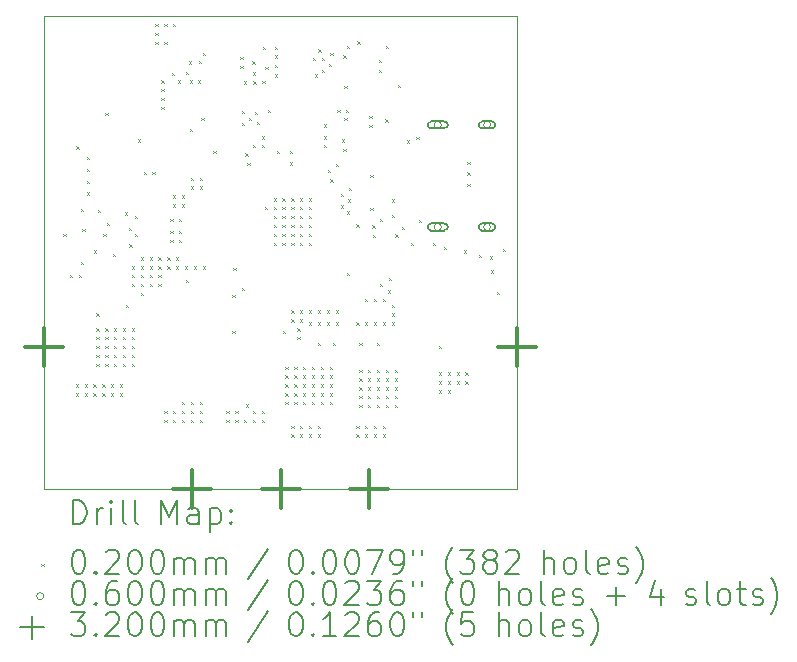
<source format=gbr>
%TF.GenerationSoftware,KiCad,Pcbnew,(7.0.0)*%
%TF.CreationDate,2023-07-15T19:37:41+02:00*%
%TF.ProjectId,Leistungsteil,4c656973-7475-46e6-9773-7465696c2e6b,rev?*%
%TF.SameCoordinates,Original*%
%TF.FileFunction,Drillmap*%
%TF.FilePolarity,Positive*%
%FSLAX45Y45*%
G04 Gerber Fmt 4.5, Leading zero omitted, Abs format (unit mm)*
G04 Created by KiCad (PCBNEW (7.0.0)) date 2023-07-15 19:37:41*
%MOMM*%
%LPD*%
G01*
G04 APERTURE LIST*
%ADD10C,0.100000*%
%ADD11C,0.200000*%
%ADD12C,0.020000*%
%ADD13C,0.060000*%
%ADD14C,0.320000*%
G04 APERTURE END LIST*
D10*
X17000000Y-9000000D02*
X21000000Y-9000000D01*
X21000000Y-9000000D02*
X21000000Y-13000000D01*
X21000000Y-13000000D02*
X17000000Y-13000000D01*
X17000000Y-13000000D02*
X17000000Y-9000000D01*
D11*
D12*
X17160000Y-10840000D02*
X17180000Y-10860000D01*
X17180000Y-10840000D02*
X17160000Y-10860000D01*
X17215000Y-11190000D02*
X17235000Y-11210000D01*
X17235000Y-11190000D02*
X17215000Y-11210000D01*
X17265000Y-12115000D02*
X17285000Y-12135000D01*
X17285000Y-12115000D02*
X17265000Y-12135000D01*
X17265000Y-12190000D02*
X17285000Y-12210000D01*
X17285000Y-12190000D02*
X17265000Y-12210000D01*
X17270000Y-10100000D02*
X17290000Y-10120000D01*
X17290000Y-10100000D02*
X17270000Y-10120000D01*
X17290000Y-11190000D02*
X17310000Y-11210000D01*
X17310000Y-11190000D02*
X17290000Y-11210000D01*
X17310000Y-10630000D02*
X17330000Y-10650000D01*
X17330000Y-10630000D02*
X17310000Y-10650000D01*
X17310000Y-11080000D02*
X17330000Y-11100000D01*
X17330000Y-11080000D02*
X17310000Y-11100000D01*
X17320000Y-10800000D02*
X17340000Y-10820000D01*
X17340000Y-10800000D02*
X17320000Y-10820000D01*
X17340000Y-12115000D02*
X17360000Y-12135000D01*
X17360000Y-12115000D02*
X17340000Y-12135000D01*
X17340000Y-12190000D02*
X17360000Y-12210000D01*
X17360000Y-12190000D02*
X17340000Y-12210000D01*
X17360000Y-10190000D02*
X17380000Y-10210000D01*
X17380000Y-10190000D02*
X17360000Y-10210000D01*
X17360000Y-10290000D02*
X17380000Y-10310000D01*
X17380000Y-10290000D02*
X17360000Y-10310000D01*
X17360000Y-10390000D02*
X17380000Y-10410000D01*
X17380000Y-10390000D02*
X17360000Y-10410000D01*
X17360000Y-10490000D02*
X17380000Y-10510000D01*
X17380000Y-10490000D02*
X17360000Y-10510000D01*
X17415000Y-12115000D02*
X17435000Y-12135000D01*
X17435000Y-12115000D02*
X17415000Y-12135000D01*
X17415000Y-12190000D02*
X17435000Y-12210000D01*
X17435000Y-12190000D02*
X17415000Y-12210000D01*
X17420000Y-10980000D02*
X17440000Y-11000000D01*
X17440000Y-10980000D02*
X17420000Y-11000000D01*
X17440000Y-11515000D02*
X17460000Y-11535000D01*
X17460000Y-11515000D02*
X17440000Y-11535000D01*
X17440000Y-11640000D02*
X17460000Y-11660000D01*
X17460000Y-11640000D02*
X17440000Y-11660000D01*
X17440000Y-11715000D02*
X17460000Y-11735000D01*
X17460000Y-11715000D02*
X17440000Y-11735000D01*
X17440000Y-11790000D02*
X17460000Y-11810000D01*
X17460000Y-11790000D02*
X17440000Y-11810000D01*
X17440000Y-11865000D02*
X17460000Y-11885000D01*
X17460000Y-11865000D02*
X17440000Y-11885000D01*
X17440000Y-11940000D02*
X17460000Y-11960000D01*
X17460000Y-11940000D02*
X17440000Y-11960000D01*
X17450000Y-10640000D02*
X17470000Y-10660000D01*
X17470000Y-10640000D02*
X17450000Y-10660000D01*
X17490000Y-12115000D02*
X17510000Y-12135000D01*
X17510000Y-12115000D02*
X17490000Y-12135000D01*
X17490000Y-12190000D02*
X17510000Y-12210000D01*
X17510000Y-12190000D02*
X17490000Y-12210000D01*
X17500000Y-10840000D02*
X17520000Y-10860000D01*
X17520000Y-10840000D02*
X17500000Y-10860000D01*
X17515000Y-9815000D02*
X17535000Y-9835000D01*
X17535000Y-9815000D02*
X17515000Y-9835000D01*
X17515000Y-11640000D02*
X17535000Y-11660000D01*
X17535000Y-11640000D02*
X17515000Y-11660000D01*
X17515000Y-11715000D02*
X17535000Y-11735000D01*
X17535000Y-11715000D02*
X17515000Y-11735000D01*
X17515000Y-11790000D02*
X17535000Y-11810000D01*
X17535000Y-11790000D02*
X17515000Y-11810000D01*
X17515000Y-11865000D02*
X17535000Y-11885000D01*
X17535000Y-11865000D02*
X17515000Y-11885000D01*
X17515000Y-11940000D02*
X17535000Y-11960000D01*
X17535000Y-11940000D02*
X17515000Y-11960000D01*
X17530000Y-10750000D02*
X17550000Y-10770000D01*
X17550000Y-10750000D02*
X17530000Y-10770000D01*
X17565000Y-12115000D02*
X17585000Y-12135000D01*
X17585000Y-12115000D02*
X17565000Y-12135000D01*
X17565000Y-12190000D02*
X17585000Y-12210000D01*
X17585000Y-12190000D02*
X17565000Y-12210000D01*
X17580000Y-11010000D02*
X17600000Y-11030000D01*
X17600000Y-11010000D02*
X17580000Y-11030000D01*
X17590000Y-11640000D02*
X17610000Y-11660000D01*
X17610000Y-11640000D02*
X17590000Y-11660000D01*
X17590000Y-11715000D02*
X17610000Y-11735000D01*
X17610000Y-11715000D02*
X17590000Y-11735000D01*
X17590000Y-11790000D02*
X17610000Y-11810000D01*
X17610000Y-11790000D02*
X17590000Y-11810000D01*
X17590000Y-11865000D02*
X17610000Y-11885000D01*
X17610000Y-11865000D02*
X17590000Y-11885000D01*
X17590000Y-11940000D02*
X17610000Y-11960000D01*
X17610000Y-11940000D02*
X17590000Y-11960000D01*
X17640000Y-12115000D02*
X17660000Y-12135000D01*
X17660000Y-12115000D02*
X17640000Y-12135000D01*
X17640000Y-12190000D02*
X17660000Y-12210000D01*
X17660000Y-12190000D02*
X17640000Y-12210000D01*
X17665000Y-11640000D02*
X17685000Y-11660000D01*
X17685000Y-11640000D02*
X17665000Y-11660000D01*
X17665000Y-11715000D02*
X17685000Y-11735000D01*
X17685000Y-11715000D02*
X17665000Y-11735000D01*
X17665000Y-11790000D02*
X17685000Y-11810000D01*
X17685000Y-11790000D02*
X17665000Y-11810000D01*
X17665000Y-11865000D02*
X17685000Y-11885000D01*
X17685000Y-11865000D02*
X17665000Y-11885000D01*
X17665000Y-11940000D02*
X17685000Y-11960000D01*
X17685000Y-11940000D02*
X17665000Y-11960000D01*
X17680000Y-10660000D02*
X17700000Y-10680000D01*
X17700000Y-10660000D02*
X17680000Y-10680000D01*
X17690000Y-11440000D02*
X17710000Y-11460000D01*
X17710000Y-11440000D02*
X17690000Y-11460000D01*
X17715000Y-10790000D02*
X17735000Y-10810000D01*
X17735000Y-10790000D02*
X17715000Y-10810000D01*
X17720000Y-10930000D02*
X17740000Y-10950000D01*
X17740000Y-10930000D02*
X17720000Y-10950000D01*
X17740000Y-11115000D02*
X17760000Y-11135000D01*
X17760000Y-11115000D02*
X17740000Y-11135000D01*
X17740000Y-11190000D02*
X17760000Y-11210000D01*
X17760000Y-11190000D02*
X17740000Y-11210000D01*
X17740000Y-11265000D02*
X17760000Y-11285000D01*
X17760000Y-11265000D02*
X17740000Y-11285000D01*
X17740000Y-11640000D02*
X17760000Y-11660000D01*
X17760000Y-11640000D02*
X17740000Y-11660000D01*
X17740000Y-11715000D02*
X17760000Y-11735000D01*
X17760000Y-11715000D02*
X17740000Y-11735000D01*
X17740000Y-11790000D02*
X17760000Y-11810000D01*
X17760000Y-11790000D02*
X17740000Y-11810000D01*
X17740000Y-11865000D02*
X17760000Y-11885000D01*
X17760000Y-11865000D02*
X17740000Y-11885000D01*
X17740000Y-11940000D02*
X17760000Y-11960000D01*
X17760000Y-11940000D02*
X17740000Y-11960000D01*
X17765000Y-10690000D02*
X17785000Y-10710000D01*
X17785000Y-10690000D02*
X17765000Y-10710000D01*
X17765000Y-10840000D02*
X17785000Y-10860000D01*
X17785000Y-10840000D02*
X17765000Y-10860000D01*
X17790000Y-10040000D02*
X17810000Y-10060000D01*
X17810000Y-10040000D02*
X17790000Y-10060000D01*
X17815000Y-11040000D02*
X17835000Y-11060000D01*
X17835000Y-11040000D02*
X17815000Y-11060000D01*
X17815000Y-11115000D02*
X17835000Y-11135000D01*
X17835000Y-11115000D02*
X17815000Y-11135000D01*
X17815000Y-11190000D02*
X17835000Y-11210000D01*
X17835000Y-11190000D02*
X17815000Y-11210000D01*
X17815000Y-11265000D02*
X17835000Y-11285000D01*
X17835000Y-11265000D02*
X17815000Y-11285000D01*
X17815000Y-11340000D02*
X17835000Y-11360000D01*
X17835000Y-11340000D02*
X17815000Y-11360000D01*
X17840000Y-10315000D02*
X17860000Y-10335000D01*
X17860000Y-10315000D02*
X17840000Y-10335000D01*
X17890000Y-11040000D02*
X17910000Y-11060000D01*
X17910000Y-11040000D02*
X17890000Y-11060000D01*
X17890000Y-11115000D02*
X17910000Y-11135000D01*
X17910000Y-11115000D02*
X17890000Y-11135000D01*
X17890000Y-11190000D02*
X17910000Y-11210000D01*
X17910000Y-11190000D02*
X17890000Y-11210000D01*
X17890000Y-11265000D02*
X17910000Y-11285000D01*
X17910000Y-11265000D02*
X17890000Y-11285000D01*
X17915000Y-10315000D02*
X17935000Y-10335000D01*
X17935000Y-10315000D02*
X17915000Y-10335000D01*
X17940000Y-9065000D02*
X17960000Y-9085000D01*
X17960000Y-9065000D02*
X17940000Y-9085000D01*
X17940000Y-9140000D02*
X17960000Y-9160000D01*
X17960000Y-9140000D02*
X17940000Y-9160000D01*
X17940000Y-9215000D02*
X17960000Y-9235000D01*
X17960000Y-9215000D02*
X17940000Y-9235000D01*
X17965000Y-11040000D02*
X17985000Y-11060000D01*
X17985000Y-11040000D02*
X17965000Y-11060000D01*
X17965000Y-11115000D02*
X17985000Y-11135000D01*
X17985000Y-11115000D02*
X17965000Y-11135000D01*
X17965000Y-11190000D02*
X17985000Y-11210000D01*
X17985000Y-11190000D02*
X17965000Y-11210000D01*
X17965000Y-11265000D02*
X17985000Y-11285000D01*
X17985000Y-11265000D02*
X17965000Y-11285000D01*
X17990000Y-9540000D02*
X18010000Y-9560000D01*
X18010000Y-9540000D02*
X17990000Y-9560000D01*
X17990000Y-9615000D02*
X18010000Y-9635000D01*
X18010000Y-9615000D02*
X17990000Y-9635000D01*
X17990000Y-9690000D02*
X18010000Y-9710000D01*
X18010000Y-9690000D02*
X17990000Y-9710000D01*
X17990000Y-9765000D02*
X18010000Y-9785000D01*
X18010000Y-9765000D02*
X17990000Y-9785000D01*
X18015000Y-9065000D02*
X18035000Y-9085000D01*
X18035000Y-9065000D02*
X18015000Y-9085000D01*
X18015000Y-9215000D02*
X18035000Y-9235000D01*
X18035000Y-9215000D02*
X18015000Y-9235000D01*
X18015000Y-12340000D02*
X18035000Y-12360000D01*
X18035000Y-12340000D02*
X18015000Y-12360000D01*
X18015000Y-12415000D02*
X18035000Y-12435000D01*
X18035000Y-12415000D02*
X18015000Y-12435000D01*
X18040000Y-11040000D02*
X18060000Y-11060000D01*
X18060000Y-11040000D02*
X18040000Y-11060000D01*
X18040000Y-11115000D02*
X18060000Y-11135000D01*
X18060000Y-11115000D02*
X18040000Y-11135000D01*
X18065000Y-10715000D02*
X18085000Y-10735000D01*
X18085000Y-10715000D02*
X18065000Y-10735000D01*
X18065000Y-10815000D02*
X18085000Y-10835000D01*
X18085000Y-10815000D02*
X18065000Y-10835000D01*
X18065000Y-10890000D02*
X18085000Y-10910000D01*
X18085000Y-10890000D02*
X18065000Y-10910000D01*
X18080000Y-9480000D02*
X18100000Y-9500000D01*
X18100000Y-9480000D02*
X18080000Y-9500000D01*
X18090000Y-9065000D02*
X18110000Y-9085000D01*
X18110000Y-9065000D02*
X18090000Y-9085000D01*
X18090000Y-10515000D02*
X18110000Y-10535000D01*
X18110000Y-10515000D02*
X18090000Y-10535000D01*
X18090000Y-10590000D02*
X18110000Y-10610000D01*
X18110000Y-10590000D02*
X18090000Y-10610000D01*
X18090000Y-12340000D02*
X18110000Y-12360000D01*
X18110000Y-12340000D02*
X18090000Y-12360000D01*
X18090000Y-12415000D02*
X18110000Y-12435000D01*
X18110000Y-12415000D02*
X18090000Y-12435000D01*
X18115000Y-11040000D02*
X18135000Y-11060000D01*
X18135000Y-11040000D02*
X18115000Y-11060000D01*
X18115000Y-11115000D02*
X18135000Y-11135000D01*
X18135000Y-11115000D02*
X18115000Y-11135000D01*
X18130000Y-9540000D02*
X18150000Y-9560000D01*
X18150000Y-9540000D02*
X18130000Y-9560000D01*
X18140000Y-10715000D02*
X18160000Y-10735000D01*
X18160000Y-10715000D02*
X18140000Y-10735000D01*
X18140000Y-10815000D02*
X18160000Y-10835000D01*
X18160000Y-10815000D02*
X18140000Y-10835000D01*
X18140000Y-10890000D02*
X18160000Y-10910000D01*
X18160000Y-10890000D02*
X18140000Y-10910000D01*
X18165000Y-10515000D02*
X18185000Y-10535000D01*
X18185000Y-10515000D02*
X18165000Y-10535000D01*
X18165000Y-10590000D02*
X18185000Y-10610000D01*
X18185000Y-10590000D02*
X18165000Y-10610000D01*
X18165000Y-12265000D02*
X18185000Y-12285000D01*
X18185000Y-12265000D02*
X18165000Y-12285000D01*
X18165000Y-12340000D02*
X18185000Y-12360000D01*
X18185000Y-12340000D02*
X18165000Y-12360000D01*
X18165000Y-12415000D02*
X18185000Y-12435000D01*
X18185000Y-12415000D02*
X18165000Y-12435000D01*
X18190000Y-11115000D02*
X18210000Y-11135000D01*
X18210000Y-11115000D02*
X18190000Y-11135000D01*
X18195000Y-9470000D02*
X18215000Y-9490000D01*
X18215000Y-9470000D02*
X18195000Y-9490000D01*
X18200000Y-11230000D02*
X18220000Y-11250000D01*
X18220000Y-11230000D02*
X18200000Y-11250000D01*
X18225000Y-9380000D02*
X18245000Y-9400000D01*
X18245000Y-9380000D02*
X18225000Y-9400000D01*
X18230000Y-9540000D02*
X18250000Y-9560000D01*
X18250000Y-9540000D02*
X18230000Y-9560000D01*
X18230000Y-9950000D02*
X18250000Y-9970000D01*
X18250000Y-9950000D02*
X18230000Y-9970000D01*
X18240000Y-10365000D02*
X18260000Y-10385000D01*
X18260000Y-10365000D02*
X18240000Y-10385000D01*
X18240000Y-10440000D02*
X18260000Y-10460000D01*
X18260000Y-10440000D02*
X18240000Y-10460000D01*
X18240000Y-12265000D02*
X18260000Y-12285000D01*
X18260000Y-12265000D02*
X18240000Y-12285000D01*
X18240000Y-12340000D02*
X18260000Y-12360000D01*
X18260000Y-12340000D02*
X18240000Y-12360000D01*
X18240000Y-12415000D02*
X18260000Y-12435000D01*
X18260000Y-12415000D02*
X18240000Y-12435000D01*
X18265000Y-11115000D02*
X18285000Y-11135000D01*
X18285000Y-11115000D02*
X18265000Y-11135000D01*
X18300000Y-9540000D02*
X18320000Y-9560000D01*
X18320000Y-9540000D02*
X18300000Y-9560000D01*
X18305000Y-9375000D02*
X18325000Y-9395000D01*
X18325000Y-9375000D02*
X18305000Y-9395000D01*
X18315000Y-10365000D02*
X18335000Y-10385000D01*
X18335000Y-10365000D02*
X18315000Y-10385000D01*
X18315000Y-10440000D02*
X18335000Y-10460000D01*
X18335000Y-10440000D02*
X18315000Y-10460000D01*
X18315000Y-12265000D02*
X18335000Y-12285000D01*
X18335000Y-12265000D02*
X18315000Y-12285000D01*
X18315000Y-12340000D02*
X18335000Y-12360000D01*
X18335000Y-12340000D02*
X18315000Y-12360000D01*
X18315000Y-12415000D02*
X18335000Y-12435000D01*
X18335000Y-12415000D02*
X18315000Y-12435000D01*
X18330000Y-9860000D02*
X18350000Y-9880000D01*
X18350000Y-9860000D02*
X18330000Y-9880000D01*
X18340000Y-9310000D02*
X18360000Y-9330000D01*
X18360000Y-9310000D02*
X18340000Y-9330000D01*
X18340000Y-11115000D02*
X18360000Y-11135000D01*
X18360000Y-11115000D02*
X18340000Y-11135000D01*
X18430000Y-10140000D02*
X18450000Y-10160000D01*
X18450000Y-10140000D02*
X18430000Y-10160000D01*
X18540000Y-12340000D02*
X18560000Y-12360000D01*
X18560000Y-12340000D02*
X18540000Y-12360000D01*
X18540000Y-12415000D02*
X18560000Y-12435000D01*
X18560000Y-12415000D02*
X18540000Y-12435000D01*
X18590000Y-11360000D02*
X18610000Y-11380000D01*
X18610000Y-11360000D02*
X18590000Y-11380000D01*
X18590000Y-11660000D02*
X18610000Y-11680000D01*
X18610000Y-11660000D02*
X18590000Y-11680000D01*
X18600000Y-11130000D02*
X18620000Y-11150000D01*
X18620000Y-11130000D02*
X18600000Y-11150000D01*
X18615000Y-12340000D02*
X18635000Y-12360000D01*
X18635000Y-12340000D02*
X18615000Y-12360000D01*
X18615000Y-12415000D02*
X18635000Y-12435000D01*
X18635000Y-12415000D02*
X18615000Y-12435000D01*
X18660000Y-9340000D02*
X18680000Y-9360000D01*
X18680000Y-9340000D02*
X18660000Y-9360000D01*
X18660000Y-9420000D02*
X18680000Y-9440000D01*
X18680000Y-9420000D02*
X18660000Y-9440000D01*
X18670000Y-9800000D02*
X18690000Y-9820000D01*
X18690000Y-9800000D02*
X18670000Y-9820000D01*
X18670000Y-9900000D02*
X18690000Y-9920000D01*
X18690000Y-9900000D02*
X18670000Y-9920000D01*
X18670000Y-11300000D02*
X18690000Y-11320000D01*
X18690000Y-11300000D02*
X18670000Y-11320000D01*
X18690000Y-9550000D02*
X18710000Y-9570000D01*
X18710000Y-9550000D02*
X18690000Y-9570000D01*
X18690000Y-12415000D02*
X18710000Y-12435000D01*
X18710000Y-12415000D02*
X18690000Y-12435000D01*
X18700000Y-10160000D02*
X18720000Y-10180000D01*
X18720000Y-10160000D02*
X18700000Y-10180000D01*
X18703500Y-12284000D02*
X18723500Y-12304000D01*
X18723500Y-12284000D02*
X18703500Y-12304000D01*
X18717875Y-10242125D02*
X18737875Y-10262125D01*
X18737875Y-10242125D02*
X18717875Y-10262125D01*
X18730000Y-9860000D02*
X18750000Y-9880000D01*
X18750000Y-9860000D02*
X18730000Y-9880000D01*
X18760000Y-9380000D02*
X18780000Y-9400000D01*
X18780000Y-9380000D02*
X18760000Y-9400000D01*
X18765000Y-9475000D02*
X18785000Y-9495000D01*
X18785000Y-9475000D02*
X18765000Y-9495000D01*
X18765000Y-10090000D02*
X18785000Y-10110000D01*
X18785000Y-10090000D02*
X18765000Y-10110000D01*
X18765000Y-12340000D02*
X18785000Y-12360000D01*
X18785000Y-12340000D02*
X18765000Y-12360000D01*
X18765000Y-12415000D02*
X18785000Y-12435000D01*
X18785000Y-12415000D02*
X18765000Y-12435000D01*
X18770000Y-9550000D02*
X18790000Y-9570000D01*
X18790000Y-9550000D02*
X18770000Y-9570000D01*
X18780000Y-9810000D02*
X18800000Y-9830000D01*
X18800000Y-9810000D02*
X18780000Y-9830000D01*
X18800000Y-9890000D02*
X18820000Y-9910000D01*
X18820000Y-9890000D02*
X18800000Y-9910000D01*
X18840000Y-10015000D02*
X18860000Y-10035000D01*
X18860000Y-10015000D02*
X18840000Y-10035000D01*
X18840000Y-10090000D02*
X18860000Y-10110000D01*
X18860000Y-10090000D02*
X18840000Y-10110000D01*
X18840000Y-12340000D02*
X18860000Y-12360000D01*
X18860000Y-12340000D02*
X18840000Y-12360000D01*
X18840000Y-12415000D02*
X18860000Y-12435000D01*
X18860000Y-12415000D02*
X18840000Y-12435000D01*
X18845000Y-9545000D02*
X18865000Y-9565000D01*
X18865000Y-9545000D02*
X18845000Y-9565000D01*
X18850000Y-9260000D02*
X18870000Y-9280000D01*
X18870000Y-9260000D02*
X18850000Y-9280000D01*
X18865000Y-10615000D02*
X18885000Y-10635000D01*
X18885000Y-10615000D02*
X18865000Y-10635000D01*
X18870000Y-9425000D02*
X18890000Y-9445000D01*
X18890000Y-9425000D02*
X18870000Y-9445000D01*
X18890000Y-9790000D02*
X18910000Y-9810000D01*
X18910000Y-9790000D02*
X18890000Y-9810000D01*
X18940000Y-10540000D02*
X18960000Y-10560000D01*
X18960000Y-10540000D02*
X18940000Y-10560000D01*
X18940000Y-10615000D02*
X18960000Y-10635000D01*
X18960000Y-10615000D02*
X18940000Y-10635000D01*
X18940000Y-10690000D02*
X18960000Y-10710000D01*
X18960000Y-10690000D02*
X18940000Y-10710000D01*
X18940000Y-10765000D02*
X18960000Y-10785000D01*
X18960000Y-10765000D02*
X18940000Y-10785000D01*
X18940000Y-10840000D02*
X18960000Y-10860000D01*
X18960000Y-10840000D02*
X18940000Y-10860000D01*
X18940000Y-10915000D02*
X18960000Y-10935000D01*
X18960000Y-10915000D02*
X18940000Y-10935000D01*
X18950000Y-9260000D02*
X18970000Y-9280000D01*
X18970000Y-9260000D02*
X18950000Y-9280000D01*
X18950000Y-9330000D02*
X18970000Y-9350000D01*
X18970000Y-9330000D02*
X18950000Y-9350000D01*
X18950000Y-9410000D02*
X18970000Y-9430000D01*
X18970000Y-9410000D02*
X18950000Y-9430000D01*
X18950000Y-9490000D02*
X18970000Y-9510000D01*
X18970000Y-9490000D02*
X18950000Y-9510000D01*
X18970000Y-10140000D02*
X18990000Y-10160000D01*
X18990000Y-10140000D02*
X18970000Y-10160000D01*
X19015000Y-10540000D02*
X19035000Y-10560000D01*
X19035000Y-10540000D02*
X19015000Y-10560000D01*
X19015000Y-10615000D02*
X19035000Y-10635000D01*
X19035000Y-10615000D02*
X19015000Y-10635000D01*
X19015000Y-10690000D02*
X19035000Y-10710000D01*
X19035000Y-10690000D02*
X19015000Y-10710000D01*
X19015000Y-10765000D02*
X19035000Y-10785000D01*
X19035000Y-10765000D02*
X19015000Y-10785000D01*
X19015000Y-10840000D02*
X19035000Y-10860000D01*
X19035000Y-10840000D02*
X19015000Y-10860000D01*
X19015000Y-10915000D02*
X19035000Y-10935000D01*
X19035000Y-10915000D02*
X19015000Y-10935000D01*
X19020000Y-11660000D02*
X19040000Y-11680000D01*
X19040000Y-11660000D02*
X19020000Y-11680000D01*
X19040000Y-11965000D02*
X19060000Y-11985000D01*
X19060000Y-11965000D02*
X19040000Y-11985000D01*
X19040000Y-12040000D02*
X19060000Y-12060000D01*
X19060000Y-12040000D02*
X19040000Y-12060000D01*
X19040000Y-12115000D02*
X19060000Y-12135000D01*
X19060000Y-12115000D02*
X19040000Y-12135000D01*
X19040000Y-12190000D02*
X19060000Y-12210000D01*
X19060000Y-12190000D02*
X19040000Y-12210000D01*
X19040000Y-12265000D02*
X19060000Y-12285000D01*
X19060000Y-12265000D02*
X19040000Y-12285000D01*
X19080000Y-10140000D02*
X19100000Y-10160000D01*
X19100000Y-10140000D02*
X19080000Y-10160000D01*
X19080000Y-10235000D02*
X19100000Y-10255000D01*
X19100000Y-10235000D02*
X19080000Y-10255000D01*
X19090000Y-10540000D02*
X19110000Y-10560000D01*
X19110000Y-10540000D02*
X19090000Y-10560000D01*
X19090000Y-10615000D02*
X19110000Y-10635000D01*
X19110000Y-10615000D02*
X19090000Y-10635000D01*
X19090000Y-10690000D02*
X19110000Y-10710000D01*
X19110000Y-10690000D02*
X19090000Y-10710000D01*
X19090000Y-10765000D02*
X19110000Y-10785000D01*
X19110000Y-10765000D02*
X19090000Y-10785000D01*
X19090000Y-10840000D02*
X19110000Y-10860000D01*
X19110000Y-10840000D02*
X19090000Y-10860000D01*
X19090000Y-10915000D02*
X19110000Y-10935000D01*
X19110000Y-10915000D02*
X19090000Y-10935000D01*
X19090000Y-11490000D02*
X19110000Y-11510000D01*
X19110000Y-11490000D02*
X19090000Y-11510000D01*
X19090000Y-11565000D02*
X19110000Y-11585000D01*
X19110000Y-11565000D02*
X19090000Y-11585000D01*
X19090000Y-12465000D02*
X19110000Y-12485000D01*
X19110000Y-12465000D02*
X19090000Y-12485000D01*
X19090000Y-12540000D02*
X19110000Y-12560000D01*
X19110000Y-12540000D02*
X19090000Y-12560000D01*
X19115000Y-11965000D02*
X19135000Y-11985000D01*
X19135000Y-11965000D02*
X19115000Y-11985000D01*
X19115000Y-12040000D02*
X19135000Y-12060000D01*
X19135000Y-12040000D02*
X19115000Y-12060000D01*
X19115000Y-12115000D02*
X19135000Y-12135000D01*
X19135000Y-12115000D02*
X19115000Y-12135000D01*
X19115000Y-12190000D02*
X19135000Y-12210000D01*
X19135000Y-12190000D02*
X19115000Y-12210000D01*
X19115000Y-12265000D02*
X19135000Y-12285000D01*
X19135000Y-12265000D02*
X19115000Y-12285000D01*
X19140000Y-11640000D02*
X19160000Y-11660000D01*
X19160000Y-11640000D02*
X19140000Y-11660000D01*
X19140000Y-11715000D02*
X19160000Y-11735000D01*
X19160000Y-11715000D02*
X19140000Y-11735000D01*
X19165000Y-10540000D02*
X19185000Y-10560000D01*
X19185000Y-10540000D02*
X19165000Y-10560000D01*
X19165000Y-10615000D02*
X19185000Y-10635000D01*
X19185000Y-10615000D02*
X19165000Y-10635000D01*
X19165000Y-10690000D02*
X19185000Y-10710000D01*
X19185000Y-10690000D02*
X19165000Y-10710000D01*
X19165000Y-10765000D02*
X19185000Y-10785000D01*
X19185000Y-10765000D02*
X19165000Y-10785000D01*
X19165000Y-10840000D02*
X19185000Y-10860000D01*
X19185000Y-10840000D02*
X19165000Y-10860000D01*
X19165000Y-10915000D02*
X19185000Y-10935000D01*
X19185000Y-10915000D02*
X19165000Y-10935000D01*
X19165000Y-11490000D02*
X19185000Y-11510000D01*
X19185000Y-11490000D02*
X19165000Y-11510000D01*
X19165000Y-11565000D02*
X19185000Y-11585000D01*
X19185000Y-11565000D02*
X19165000Y-11585000D01*
X19165000Y-12465000D02*
X19185000Y-12485000D01*
X19185000Y-12465000D02*
X19165000Y-12485000D01*
X19165000Y-12540000D02*
X19185000Y-12560000D01*
X19185000Y-12540000D02*
X19165000Y-12560000D01*
X19190000Y-11965000D02*
X19210000Y-11985000D01*
X19210000Y-11965000D02*
X19190000Y-11985000D01*
X19190000Y-12040000D02*
X19210000Y-12060000D01*
X19210000Y-12040000D02*
X19190000Y-12060000D01*
X19190000Y-12115000D02*
X19210000Y-12135000D01*
X19210000Y-12115000D02*
X19190000Y-12135000D01*
X19190000Y-12190000D02*
X19210000Y-12210000D01*
X19210000Y-12190000D02*
X19190000Y-12210000D01*
X19190000Y-12265000D02*
X19210000Y-12285000D01*
X19210000Y-12265000D02*
X19190000Y-12285000D01*
X19240000Y-10540000D02*
X19260000Y-10560000D01*
X19260000Y-10540000D02*
X19240000Y-10560000D01*
X19240000Y-10615000D02*
X19260000Y-10635000D01*
X19260000Y-10615000D02*
X19240000Y-10635000D01*
X19240000Y-10690000D02*
X19260000Y-10710000D01*
X19260000Y-10690000D02*
X19240000Y-10710000D01*
X19240000Y-10765000D02*
X19260000Y-10785000D01*
X19260000Y-10765000D02*
X19240000Y-10785000D01*
X19240000Y-10840000D02*
X19260000Y-10860000D01*
X19260000Y-10840000D02*
X19240000Y-10860000D01*
X19240000Y-10915000D02*
X19260000Y-10935000D01*
X19260000Y-10915000D02*
X19240000Y-10935000D01*
X19240000Y-11490000D02*
X19260000Y-11510000D01*
X19260000Y-11490000D02*
X19240000Y-11510000D01*
X19240000Y-11590000D02*
X19260000Y-11610000D01*
X19260000Y-11590000D02*
X19240000Y-11610000D01*
X19240000Y-12465000D02*
X19260000Y-12485000D01*
X19260000Y-12465000D02*
X19240000Y-12485000D01*
X19240000Y-12540000D02*
X19260000Y-12560000D01*
X19260000Y-12540000D02*
X19240000Y-12560000D01*
X19265000Y-11965000D02*
X19285000Y-11985000D01*
X19285000Y-11965000D02*
X19265000Y-11985000D01*
X19265000Y-12040000D02*
X19285000Y-12060000D01*
X19285000Y-12040000D02*
X19265000Y-12060000D01*
X19265000Y-12115000D02*
X19285000Y-12135000D01*
X19285000Y-12115000D02*
X19265000Y-12135000D01*
X19265000Y-12190000D02*
X19285000Y-12210000D01*
X19285000Y-12190000D02*
X19265000Y-12210000D01*
X19265000Y-12265000D02*
X19285000Y-12285000D01*
X19285000Y-12265000D02*
X19265000Y-12285000D01*
X19270000Y-9350000D02*
X19290000Y-9370000D01*
X19290000Y-9350000D02*
X19270000Y-9370000D01*
X19290000Y-9490000D02*
X19310000Y-9510000D01*
X19310000Y-9490000D02*
X19290000Y-9510000D01*
X19315000Y-11490000D02*
X19335000Y-11510000D01*
X19335000Y-11490000D02*
X19315000Y-11510000D01*
X19315000Y-11590000D02*
X19335000Y-11610000D01*
X19335000Y-11590000D02*
X19315000Y-11610000D01*
X19315000Y-11765000D02*
X19335000Y-11785000D01*
X19335000Y-11765000D02*
X19315000Y-11785000D01*
X19315000Y-12465000D02*
X19335000Y-12485000D01*
X19335000Y-12465000D02*
X19315000Y-12485000D01*
X19315000Y-12540000D02*
X19335000Y-12560000D01*
X19335000Y-12540000D02*
X19315000Y-12560000D01*
X19320000Y-9280000D02*
X19340000Y-9300000D01*
X19340000Y-9280000D02*
X19320000Y-9300000D01*
X19340000Y-11965000D02*
X19360000Y-11985000D01*
X19360000Y-11965000D02*
X19340000Y-11985000D01*
X19340000Y-12040000D02*
X19360000Y-12060000D01*
X19360000Y-12040000D02*
X19340000Y-12060000D01*
X19340000Y-12115000D02*
X19360000Y-12135000D01*
X19360000Y-12115000D02*
X19340000Y-12135000D01*
X19340000Y-12190000D02*
X19360000Y-12210000D01*
X19360000Y-12190000D02*
X19340000Y-12210000D01*
X19340000Y-12265000D02*
X19360000Y-12285000D01*
X19360000Y-12265000D02*
X19340000Y-12285000D01*
X19350000Y-9350000D02*
X19370000Y-9370000D01*
X19370000Y-9350000D02*
X19350000Y-9370000D01*
X19350000Y-9450000D02*
X19370000Y-9470000D01*
X19370000Y-9450000D02*
X19350000Y-9470000D01*
X19365000Y-9915000D02*
X19385000Y-9935000D01*
X19385000Y-9915000D02*
X19365000Y-9935000D01*
X19365000Y-10015000D02*
X19385000Y-10035000D01*
X19385000Y-10015000D02*
X19365000Y-10035000D01*
X19365000Y-10090000D02*
X19385000Y-10110000D01*
X19385000Y-10090000D02*
X19365000Y-10110000D01*
X19390000Y-11490000D02*
X19410000Y-11510000D01*
X19410000Y-11490000D02*
X19390000Y-11510000D01*
X19390000Y-11590000D02*
X19410000Y-11610000D01*
X19410000Y-11590000D02*
X19390000Y-11610000D01*
X19400000Y-10300000D02*
X19420000Y-10320000D01*
X19420000Y-10300000D02*
X19400000Y-10320000D01*
X19410000Y-9400000D02*
X19430000Y-9420000D01*
X19430000Y-9400000D02*
X19410000Y-9420000D01*
X19415000Y-11965000D02*
X19435000Y-11985000D01*
X19435000Y-11965000D02*
X19415000Y-11985000D01*
X19415000Y-12040000D02*
X19435000Y-12060000D01*
X19435000Y-12040000D02*
X19415000Y-12060000D01*
X19415000Y-12115000D02*
X19435000Y-12135000D01*
X19435000Y-12115000D02*
X19415000Y-12135000D01*
X19415000Y-12190000D02*
X19435000Y-12210000D01*
X19435000Y-12190000D02*
X19415000Y-12210000D01*
X19415000Y-12265000D02*
X19435000Y-12285000D01*
X19435000Y-12265000D02*
X19415000Y-12285000D01*
X19420000Y-9310000D02*
X19440000Y-9330000D01*
X19440000Y-9310000D02*
X19420000Y-9330000D01*
X19420000Y-10380000D02*
X19440000Y-10400000D01*
X19440000Y-10380000D02*
X19420000Y-10400000D01*
X19440000Y-11765000D02*
X19460000Y-11785000D01*
X19460000Y-11765000D02*
X19440000Y-11785000D01*
X19465000Y-11490000D02*
X19485000Y-11510000D01*
X19485000Y-11490000D02*
X19465000Y-11510000D01*
X19465000Y-11590000D02*
X19485000Y-11610000D01*
X19485000Y-11590000D02*
X19465000Y-11610000D01*
X19470000Y-10250000D02*
X19490000Y-10270000D01*
X19490000Y-10250000D02*
X19470000Y-10270000D01*
X19480000Y-9790000D02*
X19500000Y-9810000D01*
X19500000Y-9790000D02*
X19480000Y-9810000D01*
X19510000Y-10500000D02*
X19530000Y-10520000D01*
X19530000Y-10500000D02*
X19510000Y-10520000D01*
X19510000Y-10600000D02*
X19530000Y-10620000D01*
X19530000Y-10600000D02*
X19510000Y-10620000D01*
X19520000Y-10040000D02*
X19540000Y-10060000D01*
X19540000Y-10040000D02*
X19520000Y-10060000D01*
X19530000Y-9330000D02*
X19550000Y-9350000D01*
X19550000Y-9330000D02*
X19530000Y-9350000D01*
X19530000Y-10120000D02*
X19550000Y-10140000D01*
X19550000Y-10120000D02*
X19530000Y-10140000D01*
X19540000Y-9590000D02*
X19560000Y-9610000D01*
X19560000Y-9590000D02*
X19540000Y-9610000D01*
X19540000Y-9860000D02*
X19560000Y-9880000D01*
X19560000Y-9860000D02*
X19540000Y-9880000D01*
X19550000Y-9790000D02*
X19570000Y-9810000D01*
X19570000Y-9790000D02*
X19550000Y-9810000D01*
X19560000Y-9250000D02*
X19580000Y-9270000D01*
X19580000Y-9250000D02*
X19560000Y-9270000D01*
X19560000Y-10650000D02*
X19580000Y-10670000D01*
X19580000Y-10650000D02*
X19560000Y-10670000D01*
X19560000Y-11170000D02*
X19580000Y-11190000D01*
X19580000Y-11170000D02*
X19560000Y-11190000D01*
X19570000Y-10550000D02*
X19590000Y-10570000D01*
X19590000Y-10550000D02*
X19570000Y-10570000D01*
X19580000Y-10450000D02*
X19600000Y-10470000D01*
X19600000Y-10450000D02*
X19580000Y-10470000D01*
X19640000Y-10760000D02*
X19660000Y-10780000D01*
X19660000Y-10760000D02*
X19640000Y-10780000D01*
X19640000Y-11590000D02*
X19660000Y-11610000D01*
X19660000Y-11590000D02*
X19640000Y-11610000D01*
X19640000Y-12465000D02*
X19660000Y-12485000D01*
X19660000Y-12465000D02*
X19640000Y-12485000D01*
X19640000Y-12540000D02*
X19660000Y-12560000D01*
X19660000Y-12540000D02*
X19640000Y-12560000D01*
X19650000Y-9210000D02*
X19670000Y-9230000D01*
X19670000Y-9210000D02*
X19650000Y-9230000D01*
X19665000Y-11765000D02*
X19685000Y-11785000D01*
X19685000Y-11765000D02*
X19665000Y-11785000D01*
X19665000Y-11990000D02*
X19685000Y-12010000D01*
X19685000Y-11990000D02*
X19665000Y-12010000D01*
X19665000Y-12065000D02*
X19685000Y-12085000D01*
X19685000Y-12065000D02*
X19665000Y-12085000D01*
X19665000Y-12140000D02*
X19685000Y-12160000D01*
X19685000Y-12140000D02*
X19665000Y-12160000D01*
X19665000Y-12215000D02*
X19685000Y-12235000D01*
X19685000Y-12215000D02*
X19665000Y-12235000D01*
X19665000Y-12290000D02*
X19685000Y-12310000D01*
X19685000Y-12290000D02*
X19665000Y-12310000D01*
X19715000Y-11390000D02*
X19735000Y-11410000D01*
X19735000Y-11390000D02*
X19715000Y-11410000D01*
X19715000Y-11590000D02*
X19735000Y-11610000D01*
X19735000Y-11590000D02*
X19715000Y-11610000D01*
X19715000Y-12465000D02*
X19735000Y-12485000D01*
X19735000Y-12465000D02*
X19715000Y-12485000D01*
X19715000Y-12540000D02*
X19735000Y-12560000D01*
X19735000Y-12540000D02*
X19715000Y-12560000D01*
X19740000Y-11990000D02*
X19760000Y-12010000D01*
X19760000Y-11990000D02*
X19740000Y-12010000D01*
X19740000Y-12065000D02*
X19760000Y-12085000D01*
X19760000Y-12065000D02*
X19740000Y-12085000D01*
X19740000Y-12140000D02*
X19760000Y-12160000D01*
X19760000Y-12140000D02*
X19740000Y-12160000D01*
X19740000Y-12215000D02*
X19760000Y-12235000D01*
X19760000Y-12215000D02*
X19740000Y-12235000D01*
X19740000Y-12290000D02*
X19760000Y-12310000D01*
X19760000Y-12290000D02*
X19740000Y-12310000D01*
X19750000Y-9840000D02*
X19770000Y-9860000D01*
X19770000Y-9840000D02*
X19750000Y-9860000D01*
X19750000Y-9920000D02*
X19770000Y-9940000D01*
X19770000Y-9920000D02*
X19750000Y-9940000D01*
X19760000Y-10340000D02*
X19780000Y-10360000D01*
X19780000Y-10340000D02*
X19760000Y-10360000D01*
X19760000Y-10620000D02*
X19780000Y-10640000D01*
X19780000Y-10620000D02*
X19760000Y-10640000D01*
X19775000Y-10770000D02*
X19795000Y-10790000D01*
X19795000Y-10770000D02*
X19775000Y-10790000D01*
X19780000Y-10850000D02*
X19800000Y-10870000D01*
X19800000Y-10850000D02*
X19780000Y-10870000D01*
X19790000Y-11390000D02*
X19810000Y-11410000D01*
X19810000Y-11390000D02*
X19790000Y-11410000D01*
X19790000Y-11590000D02*
X19810000Y-11610000D01*
X19810000Y-11590000D02*
X19790000Y-11610000D01*
X19790000Y-12465000D02*
X19810000Y-12485000D01*
X19810000Y-12465000D02*
X19790000Y-12485000D01*
X19790000Y-12540000D02*
X19810000Y-12560000D01*
X19810000Y-12540000D02*
X19790000Y-12560000D01*
X19815000Y-11765000D02*
X19835000Y-11785000D01*
X19835000Y-11765000D02*
X19815000Y-11785000D01*
X19815000Y-11990000D02*
X19835000Y-12010000D01*
X19835000Y-11990000D02*
X19815000Y-12010000D01*
X19815000Y-12065000D02*
X19835000Y-12085000D01*
X19835000Y-12065000D02*
X19815000Y-12085000D01*
X19815000Y-12140000D02*
X19835000Y-12160000D01*
X19835000Y-12140000D02*
X19815000Y-12160000D01*
X19815000Y-12215000D02*
X19835000Y-12235000D01*
X19835000Y-12215000D02*
X19815000Y-12235000D01*
X19815000Y-12290000D02*
X19835000Y-12310000D01*
X19835000Y-12290000D02*
X19815000Y-12310000D01*
X19830000Y-9370000D02*
X19850000Y-9390000D01*
X19850000Y-9370000D02*
X19830000Y-9390000D01*
X19830000Y-9450000D02*
X19850000Y-9470000D01*
X19850000Y-9450000D02*
X19830000Y-9470000D01*
X19840000Y-10715000D02*
X19860000Y-10735000D01*
X19860000Y-10715000D02*
X19840000Y-10735000D01*
X19840000Y-11265000D02*
X19860000Y-11285000D01*
X19860000Y-11265000D02*
X19840000Y-11285000D01*
X19865000Y-11390000D02*
X19885000Y-11410000D01*
X19885000Y-11390000D02*
X19865000Y-11410000D01*
X19865000Y-11590000D02*
X19885000Y-11610000D01*
X19885000Y-11590000D02*
X19865000Y-11610000D01*
X19865000Y-12465000D02*
X19885000Y-12485000D01*
X19885000Y-12465000D02*
X19865000Y-12485000D01*
X19865000Y-12540000D02*
X19885000Y-12560000D01*
X19885000Y-12540000D02*
X19865000Y-12560000D01*
X19885000Y-9870000D02*
X19905000Y-9890000D01*
X19905000Y-9870000D02*
X19885000Y-9890000D01*
X19890000Y-9250000D02*
X19910000Y-9270000D01*
X19910000Y-9250000D02*
X19890000Y-9270000D01*
X19890000Y-11990000D02*
X19910000Y-12010000D01*
X19910000Y-11990000D02*
X19890000Y-12010000D01*
X19890000Y-12065000D02*
X19910000Y-12085000D01*
X19910000Y-12065000D02*
X19890000Y-12085000D01*
X19890000Y-12140000D02*
X19910000Y-12160000D01*
X19910000Y-12140000D02*
X19890000Y-12160000D01*
X19890000Y-12215000D02*
X19910000Y-12235000D01*
X19910000Y-12215000D02*
X19890000Y-12235000D01*
X19890000Y-12290000D02*
X19910000Y-12310000D01*
X19910000Y-12290000D02*
X19890000Y-12310000D01*
X19910000Y-11320000D02*
X19930000Y-11340000D01*
X19930000Y-11320000D02*
X19910000Y-11340000D01*
X19915000Y-11215000D02*
X19935000Y-11235000D01*
X19935000Y-11215000D02*
X19915000Y-11235000D01*
X19940000Y-10550000D02*
X19960000Y-10570000D01*
X19960000Y-10550000D02*
X19940000Y-10570000D01*
X19940000Y-10680000D02*
X19960000Y-10700000D01*
X19960000Y-10680000D02*
X19940000Y-10700000D01*
X19940000Y-11440000D02*
X19960000Y-11460000D01*
X19960000Y-11440000D02*
X19940000Y-11460000D01*
X19940000Y-11515000D02*
X19960000Y-11535000D01*
X19960000Y-11515000D02*
X19940000Y-11535000D01*
X19940000Y-11590000D02*
X19960000Y-11610000D01*
X19960000Y-11590000D02*
X19940000Y-11610000D01*
X19965000Y-11990000D02*
X19985000Y-12010000D01*
X19985000Y-11990000D02*
X19965000Y-12010000D01*
X19965000Y-12065000D02*
X19985000Y-12085000D01*
X19985000Y-12065000D02*
X19965000Y-12085000D01*
X19965000Y-12140000D02*
X19985000Y-12160000D01*
X19985000Y-12140000D02*
X19965000Y-12160000D01*
X19965000Y-12215000D02*
X19985000Y-12235000D01*
X19985000Y-12215000D02*
X19965000Y-12235000D01*
X19965000Y-12290000D02*
X19985000Y-12310000D01*
X19985000Y-12290000D02*
X19965000Y-12310000D01*
X19970000Y-10844500D02*
X19990000Y-10864500D01*
X19990000Y-10844500D02*
X19970000Y-10864500D01*
X19990000Y-9580000D02*
X20010000Y-9600000D01*
X20010000Y-9580000D02*
X19990000Y-9600000D01*
X20025000Y-10780000D02*
X20045000Y-10800000D01*
X20045000Y-10780000D02*
X20025000Y-10800000D01*
X20070000Y-10050000D02*
X20090000Y-10070000D01*
X20090000Y-10050000D02*
X20070000Y-10070000D01*
X20100000Y-10915000D02*
X20120000Y-10935000D01*
X20120000Y-10915000D02*
X20100000Y-10935000D01*
X20150000Y-10020000D02*
X20170000Y-10040000D01*
X20170000Y-10020000D02*
X20150000Y-10040000D01*
X20170000Y-10720000D02*
X20190000Y-10740000D01*
X20190000Y-10720000D02*
X20170000Y-10740000D01*
X20290000Y-10915000D02*
X20310000Y-10935000D01*
X20310000Y-10915000D02*
X20290000Y-10935000D01*
X20340000Y-11790000D02*
X20360000Y-11810000D01*
X20360000Y-11790000D02*
X20340000Y-11810000D01*
X20340000Y-12015000D02*
X20360000Y-12035000D01*
X20360000Y-12015000D02*
X20340000Y-12035000D01*
X20340000Y-12090000D02*
X20360000Y-12110000D01*
X20360000Y-12090000D02*
X20340000Y-12110000D01*
X20340000Y-12165000D02*
X20360000Y-12185000D01*
X20360000Y-12165000D02*
X20340000Y-12185000D01*
X20380000Y-10950000D02*
X20400000Y-10970000D01*
X20400000Y-10950000D02*
X20380000Y-10970000D01*
X20415000Y-12015000D02*
X20435000Y-12035000D01*
X20435000Y-12015000D02*
X20415000Y-12035000D01*
X20415000Y-12090000D02*
X20435000Y-12110000D01*
X20435000Y-12090000D02*
X20415000Y-12110000D01*
X20415000Y-12165000D02*
X20435000Y-12185000D01*
X20435000Y-12165000D02*
X20415000Y-12185000D01*
X20490000Y-12015000D02*
X20510000Y-12035000D01*
X20510000Y-12015000D02*
X20490000Y-12035000D01*
X20490000Y-12090000D02*
X20510000Y-12110000D01*
X20510000Y-12090000D02*
X20490000Y-12110000D01*
X20550000Y-10980000D02*
X20570000Y-11000000D01*
X20570000Y-10980000D02*
X20550000Y-11000000D01*
X20565000Y-12015000D02*
X20585000Y-12035000D01*
X20585000Y-12015000D02*
X20565000Y-12035000D01*
X20565000Y-12090000D02*
X20585000Y-12110000D01*
X20585000Y-12090000D02*
X20565000Y-12110000D01*
X20580000Y-10230000D02*
X20600000Y-10250000D01*
X20600000Y-10230000D02*
X20580000Y-10250000D01*
X20580000Y-10320000D02*
X20600000Y-10340000D01*
X20600000Y-10320000D02*
X20580000Y-10340000D01*
X20580000Y-10420000D02*
X20600000Y-10440000D01*
X20600000Y-10420000D02*
X20580000Y-10440000D01*
X20680000Y-11020000D02*
X20700000Y-11040000D01*
X20700000Y-11020000D02*
X20680000Y-11040000D01*
X20770000Y-11030000D02*
X20790000Y-11050000D01*
X20790000Y-11030000D02*
X20770000Y-11050000D01*
X20780000Y-11150000D02*
X20800000Y-11170000D01*
X20800000Y-11150000D02*
X20780000Y-11170000D01*
X20830000Y-11333000D02*
X20850000Y-11353000D01*
X20850000Y-11333000D02*
X20830000Y-11353000D01*
X20880000Y-10970000D02*
X20900000Y-10990000D01*
X20900000Y-10970000D02*
X20880000Y-10990000D01*
D13*
X20360000Y-9919000D02*
G75*
G03*
X20360000Y-9919000I-30000J0D01*
G01*
D11*
X20385000Y-9889000D02*
X20275000Y-9889000D01*
X20275000Y-9889000D02*
G75*
G03*
X20275000Y-9949000I0J-30000D01*
G01*
X20275000Y-9949000D02*
X20385000Y-9949000D01*
X20385000Y-9949000D02*
G75*
G03*
X20385000Y-9889000I0J30000D01*
G01*
D13*
X20360000Y-10783000D02*
G75*
G03*
X20360000Y-10783000I-30000J0D01*
G01*
D11*
X20385000Y-10753000D02*
X20275000Y-10753000D01*
X20275000Y-10753000D02*
G75*
G03*
X20275000Y-10813000I0J-30000D01*
G01*
X20275000Y-10813000D02*
X20385000Y-10813000D01*
X20385000Y-10813000D02*
G75*
G03*
X20385000Y-10753000I0J30000D01*
G01*
D13*
X20778000Y-9919000D02*
G75*
G03*
X20778000Y-9919000I-30000J0D01*
G01*
D11*
X20788000Y-9889000D02*
X20708000Y-9889000D01*
X20708000Y-9889000D02*
G75*
G03*
X20708000Y-9949000I0J-30000D01*
G01*
X20708000Y-9949000D02*
X20788000Y-9949000D01*
X20788000Y-9949000D02*
G75*
G03*
X20788000Y-9889000I0J30000D01*
G01*
D13*
X20778000Y-10783000D02*
G75*
G03*
X20778000Y-10783000I-30000J0D01*
G01*
D11*
X20788000Y-10753000D02*
X20708000Y-10753000D01*
X20708000Y-10753000D02*
G75*
G03*
X20708000Y-10813000I0J-30000D01*
G01*
X20708000Y-10813000D02*
X20788000Y-10813000D01*
X20788000Y-10813000D02*
G75*
G03*
X20788000Y-10753000I0J30000D01*
G01*
D14*
X17000000Y-11640000D02*
X17000000Y-11960000D01*
X16840000Y-11800000D02*
X17160000Y-11800000D01*
X18250000Y-12840000D02*
X18250000Y-13160000D01*
X18090000Y-13000000D02*
X18410000Y-13000000D01*
X19000000Y-12840000D02*
X19000000Y-13160000D01*
X18840000Y-13000000D02*
X19160000Y-13000000D01*
X19750000Y-12840000D02*
X19750000Y-13160000D01*
X19590000Y-13000000D02*
X19910000Y-13000000D01*
X21000000Y-11640000D02*
X21000000Y-11960000D01*
X20840000Y-11800000D02*
X21160000Y-11800000D01*
D11*
X17242619Y-13298476D02*
X17242619Y-13098476D01*
X17242619Y-13098476D02*
X17290238Y-13098476D01*
X17290238Y-13098476D02*
X17318810Y-13108000D01*
X17318810Y-13108000D02*
X17337857Y-13127048D01*
X17337857Y-13127048D02*
X17347381Y-13146095D01*
X17347381Y-13146095D02*
X17356905Y-13184190D01*
X17356905Y-13184190D02*
X17356905Y-13212762D01*
X17356905Y-13212762D02*
X17347381Y-13250857D01*
X17347381Y-13250857D02*
X17337857Y-13269905D01*
X17337857Y-13269905D02*
X17318810Y-13288952D01*
X17318810Y-13288952D02*
X17290238Y-13298476D01*
X17290238Y-13298476D02*
X17242619Y-13298476D01*
X17442619Y-13298476D02*
X17442619Y-13165143D01*
X17442619Y-13203238D02*
X17452143Y-13184190D01*
X17452143Y-13184190D02*
X17461667Y-13174667D01*
X17461667Y-13174667D02*
X17480714Y-13165143D01*
X17480714Y-13165143D02*
X17499762Y-13165143D01*
X17566429Y-13298476D02*
X17566429Y-13165143D01*
X17566429Y-13098476D02*
X17556905Y-13108000D01*
X17556905Y-13108000D02*
X17566429Y-13117524D01*
X17566429Y-13117524D02*
X17575952Y-13108000D01*
X17575952Y-13108000D02*
X17566429Y-13098476D01*
X17566429Y-13098476D02*
X17566429Y-13117524D01*
X17690238Y-13298476D02*
X17671190Y-13288952D01*
X17671190Y-13288952D02*
X17661667Y-13269905D01*
X17661667Y-13269905D02*
X17661667Y-13098476D01*
X17795000Y-13298476D02*
X17775952Y-13288952D01*
X17775952Y-13288952D02*
X17766429Y-13269905D01*
X17766429Y-13269905D02*
X17766429Y-13098476D01*
X17991190Y-13298476D02*
X17991190Y-13098476D01*
X17991190Y-13098476D02*
X18057857Y-13241333D01*
X18057857Y-13241333D02*
X18124524Y-13098476D01*
X18124524Y-13098476D02*
X18124524Y-13298476D01*
X18305476Y-13298476D02*
X18305476Y-13193714D01*
X18305476Y-13193714D02*
X18295952Y-13174667D01*
X18295952Y-13174667D02*
X18276905Y-13165143D01*
X18276905Y-13165143D02*
X18238809Y-13165143D01*
X18238809Y-13165143D02*
X18219762Y-13174667D01*
X18305476Y-13288952D02*
X18286429Y-13298476D01*
X18286429Y-13298476D02*
X18238809Y-13298476D01*
X18238809Y-13298476D02*
X18219762Y-13288952D01*
X18219762Y-13288952D02*
X18210238Y-13269905D01*
X18210238Y-13269905D02*
X18210238Y-13250857D01*
X18210238Y-13250857D02*
X18219762Y-13231809D01*
X18219762Y-13231809D02*
X18238809Y-13222286D01*
X18238809Y-13222286D02*
X18286429Y-13222286D01*
X18286429Y-13222286D02*
X18305476Y-13212762D01*
X18400714Y-13165143D02*
X18400714Y-13365143D01*
X18400714Y-13174667D02*
X18419762Y-13165143D01*
X18419762Y-13165143D02*
X18457857Y-13165143D01*
X18457857Y-13165143D02*
X18476905Y-13174667D01*
X18476905Y-13174667D02*
X18486429Y-13184190D01*
X18486429Y-13184190D02*
X18495952Y-13203238D01*
X18495952Y-13203238D02*
X18495952Y-13260381D01*
X18495952Y-13260381D02*
X18486429Y-13279428D01*
X18486429Y-13279428D02*
X18476905Y-13288952D01*
X18476905Y-13288952D02*
X18457857Y-13298476D01*
X18457857Y-13298476D02*
X18419762Y-13298476D01*
X18419762Y-13298476D02*
X18400714Y-13288952D01*
X18581667Y-13279428D02*
X18591190Y-13288952D01*
X18591190Y-13288952D02*
X18581667Y-13298476D01*
X18581667Y-13298476D02*
X18572143Y-13288952D01*
X18572143Y-13288952D02*
X18581667Y-13279428D01*
X18581667Y-13279428D02*
X18581667Y-13298476D01*
X18581667Y-13174667D02*
X18591190Y-13184190D01*
X18591190Y-13184190D02*
X18581667Y-13193714D01*
X18581667Y-13193714D02*
X18572143Y-13184190D01*
X18572143Y-13184190D02*
X18581667Y-13174667D01*
X18581667Y-13174667D02*
X18581667Y-13193714D01*
D12*
X16975000Y-13635000D02*
X16995000Y-13655000D01*
X16995000Y-13635000D02*
X16975000Y-13655000D01*
D11*
X17280714Y-13518476D02*
X17299762Y-13518476D01*
X17299762Y-13518476D02*
X17318810Y-13528000D01*
X17318810Y-13528000D02*
X17328333Y-13537524D01*
X17328333Y-13537524D02*
X17337857Y-13556571D01*
X17337857Y-13556571D02*
X17347381Y-13594667D01*
X17347381Y-13594667D02*
X17347381Y-13642286D01*
X17347381Y-13642286D02*
X17337857Y-13680381D01*
X17337857Y-13680381D02*
X17328333Y-13699428D01*
X17328333Y-13699428D02*
X17318810Y-13708952D01*
X17318810Y-13708952D02*
X17299762Y-13718476D01*
X17299762Y-13718476D02*
X17280714Y-13718476D01*
X17280714Y-13718476D02*
X17261667Y-13708952D01*
X17261667Y-13708952D02*
X17252143Y-13699428D01*
X17252143Y-13699428D02*
X17242619Y-13680381D01*
X17242619Y-13680381D02*
X17233095Y-13642286D01*
X17233095Y-13642286D02*
X17233095Y-13594667D01*
X17233095Y-13594667D02*
X17242619Y-13556571D01*
X17242619Y-13556571D02*
X17252143Y-13537524D01*
X17252143Y-13537524D02*
X17261667Y-13528000D01*
X17261667Y-13528000D02*
X17280714Y-13518476D01*
X17433095Y-13699428D02*
X17442619Y-13708952D01*
X17442619Y-13708952D02*
X17433095Y-13718476D01*
X17433095Y-13718476D02*
X17423571Y-13708952D01*
X17423571Y-13708952D02*
X17433095Y-13699428D01*
X17433095Y-13699428D02*
X17433095Y-13718476D01*
X17518810Y-13537524D02*
X17528333Y-13528000D01*
X17528333Y-13528000D02*
X17547381Y-13518476D01*
X17547381Y-13518476D02*
X17595000Y-13518476D01*
X17595000Y-13518476D02*
X17614048Y-13528000D01*
X17614048Y-13528000D02*
X17623571Y-13537524D01*
X17623571Y-13537524D02*
X17633095Y-13556571D01*
X17633095Y-13556571D02*
X17633095Y-13575619D01*
X17633095Y-13575619D02*
X17623571Y-13604190D01*
X17623571Y-13604190D02*
X17509286Y-13718476D01*
X17509286Y-13718476D02*
X17633095Y-13718476D01*
X17756905Y-13518476D02*
X17775952Y-13518476D01*
X17775952Y-13518476D02*
X17795000Y-13528000D01*
X17795000Y-13528000D02*
X17804524Y-13537524D01*
X17804524Y-13537524D02*
X17814048Y-13556571D01*
X17814048Y-13556571D02*
X17823571Y-13594667D01*
X17823571Y-13594667D02*
X17823571Y-13642286D01*
X17823571Y-13642286D02*
X17814048Y-13680381D01*
X17814048Y-13680381D02*
X17804524Y-13699428D01*
X17804524Y-13699428D02*
X17795000Y-13708952D01*
X17795000Y-13708952D02*
X17775952Y-13718476D01*
X17775952Y-13718476D02*
X17756905Y-13718476D01*
X17756905Y-13718476D02*
X17737857Y-13708952D01*
X17737857Y-13708952D02*
X17728333Y-13699428D01*
X17728333Y-13699428D02*
X17718810Y-13680381D01*
X17718810Y-13680381D02*
X17709286Y-13642286D01*
X17709286Y-13642286D02*
X17709286Y-13594667D01*
X17709286Y-13594667D02*
X17718810Y-13556571D01*
X17718810Y-13556571D02*
X17728333Y-13537524D01*
X17728333Y-13537524D02*
X17737857Y-13528000D01*
X17737857Y-13528000D02*
X17756905Y-13518476D01*
X17947381Y-13518476D02*
X17966429Y-13518476D01*
X17966429Y-13518476D02*
X17985476Y-13528000D01*
X17985476Y-13528000D02*
X17995000Y-13537524D01*
X17995000Y-13537524D02*
X18004524Y-13556571D01*
X18004524Y-13556571D02*
X18014048Y-13594667D01*
X18014048Y-13594667D02*
X18014048Y-13642286D01*
X18014048Y-13642286D02*
X18004524Y-13680381D01*
X18004524Y-13680381D02*
X17995000Y-13699428D01*
X17995000Y-13699428D02*
X17985476Y-13708952D01*
X17985476Y-13708952D02*
X17966429Y-13718476D01*
X17966429Y-13718476D02*
X17947381Y-13718476D01*
X17947381Y-13718476D02*
X17928333Y-13708952D01*
X17928333Y-13708952D02*
X17918810Y-13699428D01*
X17918810Y-13699428D02*
X17909286Y-13680381D01*
X17909286Y-13680381D02*
X17899762Y-13642286D01*
X17899762Y-13642286D02*
X17899762Y-13594667D01*
X17899762Y-13594667D02*
X17909286Y-13556571D01*
X17909286Y-13556571D02*
X17918810Y-13537524D01*
X17918810Y-13537524D02*
X17928333Y-13528000D01*
X17928333Y-13528000D02*
X17947381Y-13518476D01*
X18099762Y-13718476D02*
X18099762Y-13585143D01*
X18099762Y-13604190D02*
X18109286Y-13594667D01*
X18109286Y-13594667D02*
X18128333Y-13585143D01*
X18128333Y-13585143D02*
X18156905Y-13585143D01*
X18156905Y-13585143D02*
X18175952Y-13594667D01*
X18175952Y-13594667D02*
X18185476Y-13613714D01*
X18185476Y-13613714D02*
X18185476Y-13718476D01*
X18185476Y-13613714D02*
X18195000Y-13594667D01*
X18195000Y-13594667D02*
X18214048Y-13585143D01*
X18214048Y-13585143D02*
X18242619Y-13585143D01*
X18242619Y-13585143D02*
X18261667Y-13594667D01*
X18261667Y-13594667D02*
X18271191Y-13613714D01*
X18271191Y-13613714D02*
X18271191Y-13718476D01*
X18366429Y-13718476D02*
X18366429Y-13585143D01*
X18366429Y-13604190D02*
X18375952Y-13594667D01*
X18375952Y-13594667D02*
X18395000Y-13585143D01*
X18395000Y-13585143D02*
X18423572Y-13585143D01*
X18423572Y-13585143D02*
X18442619Y-13594667D01*
X18442619Y-13594667D02*
X18452143Y-13613714D01*
X18452143Y-13613714D02*
X18452143Y-13718476D01*
X18452143Y-13613714D02*
X18461667Y-13594667D01*
X18461667Y-13594667D02*
X18480714Y-13585143D01*
X18480714Y-13585143D02*
X18509286Y-13585143D01*
X18509286Y-13585143D02*
X18528333Y-13594667D01*
X18528333Y-13594667D02*
X18537857Y-13613714D01*
X18537857Y-13613714D02*
X18537857Y-13718476D01*
X18895952Y-13508952D02*
X18724524Y-13766095D01*
X19120714Y-13518476D02*
X19139762Y-13518476D01*
X19139762Y-13518476D02*
X19158810Y-13528000D01*
X19158810Y-13528000D02*
X19168333Y-13537524D01*
X19168333Y-13537524D02*
X19177857Y-13556571D01*
X19177857Y-13556571D02*
X19187381Y-13594667D01*
X19187381Y-13594667D02*
X19187381Y-13642286D01*
X19187381Y-13642286D02*
X19177857Y-13680381D01*
X19177857Y-13680381D02*
X19168333Y-13699428D01*
X19168333Y-13699428D02*
X19158810Y-13708952D01*
X19158810Y-13708952D02*
X19139762Y-13718476D01*
X19139762Y-13718476D02*
X19120714Y-13718476D01*
X19120714Y-13718476D02*
X19101667Y-13708952D01*
X19101667Y-13708952D02*
X19092143Y-13699428D01*
X19092143Y-13699428D02*
X19082619Y-13680381D01*
X19082619Y-13680381D02*
X19073095Y-13642286D01*
X19073095Y-13642286D02*
X19073095Y-13594667D01*
X19073095Y-13594667D02*
X19082619Y-13556571D01*
X19082619Y-13556571D02*
X19092143Y-13537524D01*
X19092143Y-13537524D02*
X19101667Y-13528000D01*
X19101667Y-13528000D02*
X19120714Y-13518476D01*
X19273095Y-13699428D02*
X19282619Y-13708952D01*
X19282619Y-13708952D02*
X19273095Y-13718476D01*
X19273095Y-13718476D02*
X19263572Y-13708952D01*
X19263572Y-13708952D02*
X19273095Y-13699428D01*
X19273095Y-13699428D02*
X19273095Y-13718476D01*
X19406429Y-13518476D02*
X19425476Y-13518476D01*
X19425476Y-13518476D02*
X19444524Y-13528000D01*
X19444524Y-13528000D02*
X19454048Y-13537524D01*
X19454048Y-13537524D02*
X19463572Y-13556571D01*
X19463572Y-13556571D02*
X19473095Y-13594667D01*
X19473095Y-13594667D02*
X19473095Y-13642286D01*
X19473095Y-13642286D02*
X19463572Y-13680381D01*
X19463572Y-13680381D02*
X19454048Y-13699428D01*
X19454048Y-13699428D02*
X19444524Y-13708952D01*
X19444524Y-13708952D02*
X19425476Y-13718476D01*
X19425476Y-13718476D02*
X19406429Y-13718476D01*
X19406429Y-13718476D02*
X19387381Y-13708952D01*
X19387381Y-13708952D02*
X19377857Y-13699428D01*
X19377857Y-13699428D02*
X19368333Y-13680381D01*
X19368333Y-13680381D02*
X19358810Y-13642286D01*
X19358810Y-13642286D02*
X19358810Y-13594667D01*
X19358810Y-13594667D02*
X19368333Y-13556571D01*
X19368333Y-13556571D02*
X19377857Y-13537524D01*
X19377857Y-13537524D02*
X19387381Y-13528000D01*
X19387381Y-13528000D02*
X19406429Y-13518476D01*
X19596905Y-13518476D02*
X19615953Y-13518476D01*
X19615953Y-13518476D02*
X19635000Y-13528000D01*
X19635000Y-13528000D02*
X19644524Y-13537524D01*
X19644524Y-13537524D02*
X19654048Y-13556571D01*
X19654048Y-13556571D02*
X19663572Y-13594667D01*
X19663572Y-13594667D02*
X19663572Y-13642286D01*
X19663572Y-13642286D02*
X19654048Y-13680381D01*
X19654048Y-13680381D02*
X19644524Y-13699428D01*
X19644524Y-13699428D02*
X19635000Y-13708952D01*
X19635000Y-13708952D02*
X19615953Y-13718476D01*
X19615953Y-13718476D02*
X19596905Y-13718476D01*
X19596905Y-13718476D02*
X19577857Y-13708952D01*
X19577857Y-13708952D02*
X19568333Y-13699428D01*
X19568333Y-13699428D02*
X19558810Y-13680381D01*
X19558810Y-13680381D02*
X19549286Y-13642286D01*
X19549286Y-13642286D02*
X19549286Y-13594667D01*
X19549286Y-13594667D02*
X19558810Y-13556571D01*
X19558810Y-13556571D02*
X19568333Y-13537524D01*
X19568333Y-13537524D02*
X19577857Y-13528000D01*
X19577857Y-13528000D02*
X19596905Y-13518476D01*
X19730238Y-13518476D02*
X19863572Y-13518476D01*
X19863572Y-13518476D02*
X19777857Y-13718476D01*
X19949286Y-13718476D02*
X19987381Y-13718476D01*
X19987381Y-13718476D02*
X20006429Y-13708952D01*
X20006429Y-13708952D02*
X20015953Y-13699428D01*
X20015953Y-13699428D02*
X20035000Y-13670857D01*
X20035000Y-13670857D02*
X20044524Y-13632762D01*
X20044524Y-13632762D02*
X20044524Y-13556571D01*
X20044524Y-13556571D02*
X20035000Y-13537524D01*
X20035000Y-13537524D02*
X20025476Y-13528000D01*
X20025476Y-13528000D02*
X20006429Y-13518476D01*
X20006429Y-13518476D02*
X19968333Y-13518476D01*
X19968333Y-13518476D02*
X19949286Y-13528000D01*
X19949286Y-13528000D02*
X19939762Y-13537524D01*
X19939762Y-13537524D02*
X19930238Y-13556571D01*
X19930238Y-13556571D02*
X19930238Y-13604190D01*
X19930238Y-13604190D02*
X19939762Y-13623238D01*
X19939762Y-13623238D02*
X19949286Y-13632762D01*
X19949286Y-13632762D02*
X19968333Y-13642286D01*
X19968333Y-13642286D02*
X20006429Y-13642286D01*
X20006429Y-13642286D02*
X20025476Y-13632762D01*
X20025476Y-13632762D02*
X20035000Y-13623238D01*
X20035000Y-13623238D02*
X20044524Y-13604190D01*
X20120714Y-13518476D02*
X20120714Y-13556571D01*
X20196905Y-13518476D02*
X20196905Y-13556571D01*
X20459762Y-13794667D02*
X20450238Y-13785143D01*
X20450238Y-13785143D02*
X20431191Y-13756571D01*
X20431191Y-13756571D02*
X20421667Y-13737524D01*
X20421667Y-13737524D02*
X20412143Y-13708952D01*
X20412143Y-13708952D02*
X20402619Y-13661333D01*
X20402619Y-13661333D02*
X20402619Y-13623238D01*
X20402619Y-13623238D02*
X20412143Y-13575619D01*
X20412143Y-13575619D02*
X20421667Y-13547048D01*
X20421667Y-13547048D02*
X20431191Y-13528000D01*
X20431191Y-13528000D02*
X20450238Y-13499428D01*
X20450238Y-13499428D02*
X20459762Y-13489905D01*
X20516905Y-13518476D02*
X20640714Y-13518476D01*
X20640714Y-13518476D02*
X20574048Y-13594667D01*
X20574048Y-13594667D02*
X20602619Y-13594667D01*
X20602619Y-13594667D02*
X20621667Y-13604190D01*
X20621667Y-13604190D02*
X20631191Y-13613714D01*
X20631191Y-13613714D02*
X20640714Y-13632762D01*
X20640714Y-13632762D02*
X20640714Y-13680381D01*
X20640714Y-13680381D02*
X20631191Y-13699428D01*
X20631191Y-13699428D02*
X20621667Y-13708952D01*
X20621667Y-13708952D02*
X20602619Y-13718476D01*
X20602619Y-13718476D02*
X20545476Y-13718476D01*
X20545476Y-13718476D02*
X20526429Y-13708952D01*
X20526429Y-13708952D02*
X20516905Y-13699428D01*
X20755000Y-13604190D02*
X20735953Y-13594667D01*
X20735953Y-13594667D02*
X20726429Y-13585143D01*
X20726429Y-13585143D02*
X20716905Y-13566095D01*
X20716905Y-13566095D02*
X20716905Y-13556571D01*
X20716905Y-13556571D02*
X20726429Y-13537524D01*
X20726429Y-13537524D02*
X20735953Y-13528000D01*
X20735953Y-13528000D02*
X20755000Y-13518476D01*
X20755000Y-13518476D02*
X20793095Y-13518476D01*
X20793095Y-13518476D02*
X20812143Y-13528000D01*
X20812143Y-13528000D02*
X20821667Y-13537524D01*
X20821667Y-13537524D02*
X20831191Y-13556571D01*
X20831191Y-13556571D02*
X20831191Y-13566095D01*
X20831191Y-13566095D02*
X20821667Y-13585143D01*
X20821667Y-13585143D02*
X20812143Y-13594667D01*
X20812143Y-13594667D02*
X20793095Y-13604190D01*
X20793095Y-13604190D02*
X20755000Y-13604190D01*
X20755000Y-13604190D02*
X20735953Y-13613714D01*
X20735953Y-13613714D02*
X20726429Y-13623238D01*
X20726429Y-13623238D02*
X20716905Y-13642286D01*
X20716905Y-13642286D02*
X20716905Y-13680381D01*
X20716905Y-13680381D02*
X20726429Y-13699428D01*
X20726429Y-13699428D02*
X20735953Y-13708952D01*
X20735953Y-13708952D02*
X20755000Y-13718476D01*
X20755000Y-13718476D02*
X20793095Y-13718476D01*
X20793095Y-13718476D02*
X20812143Y-13708952D01*
X20812143Y-13708952D02*
X20821667Y-13699428D01*
X20821667Y-13699428D02*
X20831191Y-13680381D01*
X20831191Y-13680381D02*
X20831191Y-13642286D01*
X20831191Y-13642286D02*
X20821667Y-13623238D01*
X20821667Y-13623238D02*
X20812143Y-13613714D01*
X20812143Y-13613714D02*
X20793095Y-13604190D01*
X20907381Y-13537524D02*
X20916905Y-13528000D01*
X20916905Y-13528000D02*
X20935953Y-13518476D01*
X20935953Y-13518476D02*
X20983572Y-13518476D01*
X20983572Y-13518476D02*
X21002619Y-13528000D01*
X21002619Y-13528000D02*
X21012143Y-13537524D01*
X21012143Y-13537524D02*
X21021667Y-13556571D01*
X21021667Y-13556571D02*
X21021667Y-13575619D01*
X21021667Y-13575619D02*
X21012143Y-13604190D01*
X21012143Y-13604190D02*
X20897857Y-13718476D01*
X20897857Y-13718476D02*
X21021667Y-13718476D01*
X21227381Y-13718476D02*
X21227381Y-13518476D01*
X21313095Y-13718476D02*
X21313095Y-13613714D01*
X21313095Y-13613714D02*
X21303572Y-13594667D01*
X21303572Y-13594667D02*
X21284524Y-13585143D01*
X21284524Y-13585143D02*
X21255953Y-13585143D01*
X21255953Y-13585143D02*
X21236905Y-13594667D01*
X21236905Y-13594667D02*
X21227381Y-13604190D01*
X21436905Y-13718476D02*
X21417857Y-13708952D01*
X21417857Y-13708952D02*
X21408334Y-13699428D01*
X21408334Y-13699428D02*
X21398810Y-13680381D01*
X21398810Y-13680381D02*
X21398810Y-13623238D01*
X21398810Y-13623238D02*
X21408334Y-13604190D01*
X21408334Y-13604190D02*
X21417857Y-13594667D01*
X21417857Y-13594667D02*
X21436905Y-13585143D01*
X21436905Y-13585143D02*
X21465476Y-13585143D01*
X21465476Y-13585143D02*
X21484524Y-13594667D01*
X21484524Y-13594667D02*
X21494048Y-13604190D01*
X21494048Y-13604190D02*
X21503572Y-13623238D01*
X21503572Y-13623238D02*
X21503572Y-13680381D01*
X21503572Y-13680381D02*
X21494048Y-13699428D01*
X21494048Y-13699428D02*
X21484524Y-13708952D01*
X21484524Y-13708952D02*
X21465476Y-13718476D01*
X21465476Y-13718476D02*
X21436905Y-13718476D01*
X21617857Y-13718476D02*
X21598810Y-13708952D01*
X21598810Y-13708952D02*
X21589286Y-13689905D01*
X21589286Y-13689905D02*
X21589286Y-13518476D01*
X21770238Y-13708952D02*
X21751191Y-13718476D01*
X21751191Y-13718476D02*
X21713095Y-13718476D01*
X21713095Y-13718476D02*
X21694048Y-13708952D01*
X21694048Y-13708952D02*
X21684524Y-13689905D01*
X21684524Y-13689905D02*
X21684524Y-13613714D01*
X21684524Y-13613714D02*
X21694048Y-13594667D01*
X21694048Y-13594667D02*
X21713095Y-13585143D01*
X21713095Y-13585143D02*
X21751191Y-13585143D01*
X21751191Y-13585143D02*
X21770238Y-13594667D01*
X21770238Y-13594667D02*
X21779762Y-13613714D01*
X21779762Y-13613714D02*
X21779762Y-13632762D01*
X21779762Y-13632762D02*
X21684524Y-13651809D01*
X21855953Y-13708952D02*
X21875000Y-13718476D01*
X21875000Y-13718476D02*
X21913095Y-13718476D01*
X21913095Y-13718476D02*
X21932143Y-13708952D01*
X21932143Y-13708952D02*
X21941667Y-13689905D01*
X21941667Y-13689905D02*
X21941667Y-13680381D01*
X21941667Y-13680381D02*
X21932143Y-13661333D01*
X21932143Y-13661333D02*
X21913095Y-13651809D01*
X21913095Y-13651809D02*
X21884524Y-13651809D01*
X21884524Y-13651809D02*
X21865476Y-13642286D01*
X21865476Y-13642286D02*
X21855953Y-13623238D01*
X21855953Y-13623238D02*
X21855953Y-13613714D01*
X21855953Y-13613714D02*
X21865476Y-13594667D01*
X21865476Y-13594667D02*
X21884524Y-13585143D01*
X21884524Y-13585143D02*
X21913095Y-13585143D01*
X21913095Y-13585143D02*
X21932143Y-13594667D01*
X22008334Y-13794667D02*
X22017857Y-13785143D01*
X22017857Y-13785143D02*
X22036905Y-13756571D01*
X22036905Y-13756571D02*
X22046429Y-13737524D01*
X22046429Y-13737524D02*
X22055953Y-13708952D01*
X22055953Y-13708952D02*
X22065476Y-13661333D01*
X22065476Y-13661333D02*
X22065476Y-13623238D01*
X22065476Y-13623238D02*
X22055953Y-13575619D01*
X22055953Y-13575619D02*
X22046429Y-13547048D01*
X22046429Y-13547048D02*
X22036905Y-13528000D01*
X22036905Y-13528000D02*
X22017857Y-13499428D01*
X22017857Y-13499428D02*
X22008334Y-13489905D01*
D13*
X16995000Y-13909000D02*
G75*
G03*
X16995000Y-13909000I-30000J0D01*
G01*
D11*
X17280714Y-13782476D02*
X17299762Y-13782476D01*
X17299762Y-13782476D02*
X17318810Y-13792000D01*
X17318810Y-13792000D02*
X17328333Y-13801524D01*
X17328333Y-13801524D02*
X17337857Y-13820571D01*
X17337857Y-13820571D02*
X17347381Y-13858667D01*
X17347381Y-13858667D02*
X17347381Y-13906286D01*
X17347381Y-13906286D02*
X17337857Y-13944381D01*
X17337857Y-13944381D02*
X17328333Y-13963428D01*
X17328333Y-13963428D02*
X17318810Y-13972952D01*
X17318810Y-13972952D02*
X17299762Y-13982476D01*
X17299762Y-13982476D02*
X17280714Y-13982476D01*
X17280714Y-13982476D02*
X17261667Y-13972952D01*
X17261667Y-13972952D02*
X17252143Y-13963428D01*
X17252143Y-13963428D02*
X17242619Y-13944381D01*
X17242619Y-13944381D02*
X17233095Y-13906286D01*
X17233095Y-13906286D02*
X17233095Y-13858667D01*
X17233095Y-13858667D02*
X17242619Y-13820571D01*
X17242619Y-13820571D02*
X17252143Y-13801524D01*
X17252143Y-13801524D02*
X17261667Y-13792000D01*
X17261667Y-13792000D02*
X17280714Y-13782476D01*
X17433095Y-13963428D02*
X17442619Y-13972952D01*
X17442619Y-13972952D02*
X17433095Y-13982476D01*
X17433095Y-13982476D02*
X17423571Y-13972952D01*
X17423571Y-13972952D02*
X17433095Y-13963428D01*
X17433095Y-13963428D02*
X17433095Y-13982476D01*
X17614048Y-13782476D02*
X17575952Y-13782476D01*
X17575952Y-13782476D02*
X17556905Y-13792000D01*
X17556905Y-13792000D02*
X17547381Y-13801524D01*
X17547381Y-13801524D02*
X17528333Y-13830095D01*
X17528333Y-13830095D02*
X17518810Y-13868190D01*
X17518810Y-13868190D02*
X17518810Y-13944381D01*
X17518810Y-13944381D02*
X17528333Y-13963428D01*
X17528333Y-13963428D02*
X17537857Y-13972952D01*
X17537857Y-13972952D02*
X17556905Y-13982476D01*
X17556905Y-13982476D02*
X17595000Y-13982476D01*
X17595000Y-13982476D02*
X17614048Y-13972952D01*
X17614048Y-13972952D02*
X17623571Y-13963428D01*
X17623571Y-13963428D02*
X17633095Y-13944381D01*
X17633095Y-13944381D02*
X17633095Y-13896762D01*
X17633095Y-13896762D02*
X17623571Y-13877714D01*
X17623571Y-13877714D02*
X17614048Y-13868190D01*
X17614048Y-13868190D02*
X17595000Y-13858667D01*
X17595000Y-13858667D02*
X17556905Y-13858667D01*
X17556905Y-13858667D02*
X17537857Y-13868190D01*
X17537857Y-13868190D02*
X17528333Y-13877714D01*
X17528333Y-13877714D02*
X17518810Y-13896762D01*
X17756905Y-13782476D02*
X17775952Y-13782476D01*
X17775952Y-13782476D02*
X17795000Y-13792000D01*
X17795000Y-13792000D02*
X17804524Y-13801524D01*
X17804524Y-13801524D02*
X17814048Y-13820571D01*
X17814048Y-13820571D02*
X17823571Y-13858667D01*
X17823571Y-13858667D02*
X17823571Y-13906286D01*
X17823571Y-13906286D02*
X17814048Y-13944381D01*
X17814048Y-13944381D02*
X17804524Y-13963428D01*
X17804524Y-13963428D02*
X17795000Y-13972952D01*
X17795000Y-13972952D02*
X17775952Y-13982476D01*
X17775952Y-13982476D02*
X17756905Y-13982476D01*
X17756905Y-13982476D02*
X17737857Y-13972952D01*
X17737857Y-13972952D02*
X17728333Y-13963428D01*
X17728333Y-13963428D02*
X17718810Y-13944381D01*
X17718810Y-13944381D02*
X17709286Y-13906286D01*
X17709286Y-13906286D02*
X17709286Y-13858667D01*
X17709286Y-13858667D02*
X17718810Y-13820571D01*
X17718810Y-13820571D02*
X17728333Y-13801524D01*
X17728333Y-13801524D02*
X17737857Y-13792000D01*
X17737857Y-13792000D02*
X17756905Y-13782476D01*
X17947381Y-13782476D02*
X17966429Y-13782476D01*
X17966429Y-13782476D02*
X17985476Y-13792000D01*
X17985476Y-13792000D02*
X17995000Y-13801524D01*
X17995000Y-13801524D02*
X18004524Y-13820571D01*
X18004524Y-13820571D02*
X18014048Y-13858667D01*
X18014048Y-13858667D02*
X18014048Y-13906286D01*
X18014048Y-13906286D02*
X18004524Y-13944381D01*
X18004524Y-13944381D02*
X17995000Y-13963428D01*
X17995000Y-13963428D02*
X17985476Y-13972952D01*
X17985476Y-13972952D02*
X17966429Y-13982476D01*
X17966429Y-13982476D02*
X17947381Y-13982476D01*
X17947381Y-13982476D02*
X17928333Y-13972952D01*
X17928333Y-13972952D02*
X17918810Y-13963428D01*
X17918810Y-13963428D02*
X17909286Y-13944381D01*
X17909286Y-13944381D02*
X17899762Y-13906286D01*
X17899762Y-13906286D02*
X17899762Y-13858667D01*
X17899762Y-13858667D02*
X17909286Y-13820571D01*
X17909286Y-13820571D02*
X17918810Y-13801524D01*
X17918810Y-13801524D02*
X17928333Y-13792000D01*
X17928333Y-13792000D02*
X17947381Y-13782476D01*
X18099762Y-13982476D02*
X18099762Y-13849143D01*
X18099762Y-13868190D02*
X18109286Y-13858667D01*
X18109286Y-13858667D02*
X18128333Y-13849143D01*
X18128333Y-13849143D02*
X18156905Y-13849143D01*
X18156905Y-13849143D02*
X18175952Y-13858667D01*
X18175952Y-13858667D02*
X18185476Y-13877714D01*
X18185476Y-13877714D02*
X18185476Y-13982476D01*
X18185476Y-13877714D02*
X18195000Y-13858667D01*
X18195000Y-13858667D02*
X18214048Y-13849143D01*
X18214048Y-13849143D02*
X18242619Y-13849143D01*
X18242619Y-13849143D02*
X18261667Y-13858667D01*
X18261667Y-13858667D02*
X18271191Y-13877714D01*
X18271191Y-13877714D02*
X18271191Y-13982476D01*
X18366429Y-13982476D02*
X18366429Y-13849143D01*
X18366429Y-13868190D02*
X18375952Y-13858667D01*
X18375952Y-13858667D02*
X18395000Y-13849143D01*
X18395000Y-13849143D02*
X18423572Y-13849143D01*
X18423572Y-13849143D02*
X18442619Y-13858667D01*
X18442619Y-13858667D02*
X18452143Y-13877714D01*
X18452143Y-13877714D02*
X18452143Y-13982476D01*
X18452143Y-13877714D02*
X18461667Y-13858667D01*
X18461667Y-13858667D02*
X18480714Y-13849143D01*
X18480714Y-13849143D02*
X18509286Y-13849143D01*
X18509286Y-13849143D02*
X18528333Y-13858667D01*
X18528333Y-13858667D02*
X18537857Y-13877714D01*
X18537857Y-13877714D02*
X18537857Y-13982476D01*
X18895952Y-13772952D02*
X18724524Y-14030095D01*
X19120714Y-13782476D02*
X19139762Y-13782476D01*
X19139762Y-13782476D02*
X19158810Y-13792000D01*
X19158810Y-13792000D02*
X19168333Y-13801524D01*
X19168333Y-13801524D02*
X19177857Y-13820571D01*
X19177857Y-13820571D02*
X19187381Y-13858667D01*
X19187381Y-13858667D02*
X19187381Y-13906286D01*
X19187381Y-13906286D02*
X19177857Y-13944381D01*
X19177857Y-13944381D02*
X19168333Y-13963428D01*
X19168333Y-13963428D02*
X19158810Y-13972952D01*
X19158810Y-13972952D02*
X19139762Y-13982476D01*
X19139762Y-13982476D02*
X19120714Y-13982476D01*
X19120714Y-13982476D02*
X19101667Y-13972952D01*
X19101667Y-13972952D02*
X19092143Y-13963428D01*
X19092143Y-13963428D02*
X19082619Y-13944381D01*
X19082619Y-13944381D02*
X19073095Y-13906286D01*
X19073095Y-13906286D02*
X19073095Y-13858667D01*
X19073095Y-13858667D02*
X19082619Y-13820571D01*
X19082619Y-13820571D02*
X19092143Y-13801524D01*
X19092143Y-13801524D02*
X19101667Y-13792000D01*
X19101667Y-13792000D02*
X19120714Y-13782476D01*
X19273095Y-13963428D02*
X19282619Y-13972952D01*
X19282619Y-13972952D02*
X19273095Y-13982476D01*
X19273095Y-13982476D02*
X19263572Y-13972952D01*
X19263572Y-13972952D02*
X19273095Y-13963428D01*
X19273095Y-13963428D02*
X19273095Y-13982476D01*
X19406429Y-13782476D02*
X19425476Y-13782476D01*
X19425476Y-13782476D02*
X19444524Y-13792000D01*
X19444524Y-13792000D02*
X19454048Y-13801524D01*
X19454048Y-13801524D02*
X19463572Y-13820571D01*
X19463572Y-13820571D02*
X19473095Y-13858667D01*
X19473095Y-13858667D02*
X19473095Y-13906286D01*
X19473095Y-13906286D02*
X19463572Y-13944381D01*
X19463572Y-13944381D02*
X19454048Y-13963428D01*
X19454048Y-13963428D02*
X19444524Y-13972952D01*
X19444524Y-13972952D02*
X19425476Y-13982476D01*
X19425476Y-13982476D02*
X19406429Y-13982476D01*
X19406429Y-13982476D02*
X19387381Y-13972952D01*
X19387381Y-13972952D02*
X19377857Y-13963428D01*
X19377857Y-13963428D02*
X19368333Y-13944381D01*
X19368333Y-13944381D02*
X19358810Y-13906286D01*
X19358810Y-13906286D02*
X19358810Y-13858667D01*
X19358810Y-13858667D02*
X19368333Y-13820571D01*
X19368333Y-13820571D02*
X19377857Y-13801524D01*
X19377857Y-13801524D02*
X19387381Y-13792000D01*
X19387381Y-13792000D02*
X19406429Y-13782476D01*
X19549286Y-13801524D02*
X19558810Y-13792000D01*
X19558810Y-13792000D02*
X19577857Y-13782476D01*
X19577857Y-13782476D02*
X19625476Y-13782476D01*
X19625476Y-13782476D02*
X19644524Y-13792000D01*
X19644524Y-13792000D02*
X19654048Y-13801524D01*
X19654048Y-13801524D02*
X19663572Y-13820571D01*
X19663572Y-13820571D02*
X19663572Y-13839619D01*
X19663572Y-13839619D02*
X19654048Y-13868190D01*
X19654048Y-13868190D02*
X19539762Y-13982476D01*
X19539762Y-13982476D02*
X19663572Y-13982476D01*
X19730238Y-13782476D02*
X19854048Y-13782476D01*
X19854048Y-13782476D02*
X19787381Y-13858667D01*
X19787381Y-13858667D02*
X19815953Y-13858667D01*
X19815953Y-13858667D02*
X19835000Y-13868190D01*
X19835000Y-13868190D02*
X19844524Y-13877714D01*
X19844524Y-13877714D02*
X19854048Y-13896762D01*
X19854048Y-13896762D02*
X19854048Y-13944381D01*
X19854048Y-13944381D02*
X19844524Y-13963428D01*
X19844524Y-13963428D02*
X19835000Y-13972952D01*
X19835000Y-13972952D02*
X19815953Y-13982476D01*
X19815953Y-13982476D02*
X19758810Y-13982476D01*
X19758810Y-13982476D02*
X19739762Y-13972952D01*
X19739762Y-13972952D02*
X19730238Y-13963428D01*
X20025476Y-13782476D02*
X19987381Y-13782476D01*
X19987381Y-13782476D02*
X19968333Y-13792000D01*
X19968333Y-13792000D02*
X19958810Y-13801524D01*
X19958810Y-13801524D02*
X19939762Y-13830095D01*
X19939762Y-13830095D02*
X19930238Y-13868190D01*
X19930238Y-13868190D02*
X19930238Y-13944381D01*
X19930238Y-13944381D02*
X19939762Y-13963428D01*
X19939762Y-13963428D02*
X19949286Y-13972952D01*
X19949286Y-13972952D02*
X19968333Y-13982476D01*
X19968333Y-13982476D02*
X20006429Y-13982476D01*
X20006429Y-13982476D02*
X20025476Y-13972952D01*
X20025476Y-13972952D02*
X20035000Y-13963428D01*
X20035000Y-13963428D02*
X20044524Y-13944381D01*
X20044524Y-13944381D02*
X20044524Y-13896762D01*
X20044524Y-13896762D02*
X20035000Y-13877714D01*
X20035000Y-13877714D02*
X20025476Y-13868190D01*
X20025476Y-13868190D02*
X20006429Y-13858667D01*
X20006429Y-13858667D02*
X19968333Y-13858667D01*
X19968333Y-13858667D02*
X19949286Y-13868190D01*
X19949286Y-13868190D02*
X19939762Y-13877714D01*
X19939762Y-13877714D02*
X19930238Y-13896762D01*
X20120714Y-13782476D02*
X20120714Y-13820571D01*
X20196905Y-13782476D02*
X20196905Y-13820571D01*
X20459762Y-14058667D02*
X20450238Y-14049143D01*
X20450238Y-14049143D02*
X20431191Y-14020571D01*
X20431191Y-14020571D02*
X20421667Y-14001524D01*
X20421667Y-14001524D02*
X20412143Y-13972952D01*
X20412143Y-13972952D02*
X20402619Y-13925333D01*
X20402619Y-13925333D02*
X20402619Y-13887238D01*
X20402619Y-13887238D02*
X20412143Y-13839619D01*
X20412143Y-13839619D02*
X20421667Y-13811048D01*
X20421667Y-13811048D02*
X20431191Y-13792000D01*
X20431191Y-13792000D02*
X20450238Y-13763428D01*
X20450238Y-13763428D02*
X20459762Y-13753905D01*
X20574048Y-13782476D02*
X20593095Y-13782476D01*
X20593095Y-13782476D02*
X20612143Y-13792000D01*
X20612143Y-13792000D02*
X20621667Y-13801524D01*
X20621667Y-13801524D02*
X20631191Y-13820571D01*
X20631191Y-13820571D02*
X20640714Y-13858667D01*
X20640714Y-13858667D02*
X20640714Y-13906286D01*
X20640714Y-13906286D02*
X20631191Y-13944381D01*
X20631191Y-13944381D02*
X20621667Y-13963428D01*
X20621667Y-13963428D02*
X20612143Y-13972952D01*
X20612143Y-13972952D02*
X20593095Y-13982476D01*
X20593095Y-13982476D02*
X20574048Y-13982476D01*
X20574048Y-13982476D02*
X20555000Y-13972952D01*
X20555000Y-13972952D02*
X20545476Y-13963428D01*
X20545476Y-13963428D02*
X20535953Y-13944381D01*
X20535953Y-13944381D02*
X20526429Y-13906286D01*
X20526429Y-13906286D02*
X20526429Y-13858667D01*
X20526429Y-13858667D02*
X20535953Y-13820571D01*
X20535953Y-13820571D02*
X20545476Y-13801524D01*
X20545476Y-13801524D02*
X20555000Y-13792000D01*
X20555000Y-13792000D02*
X20574048Y-13782476D01*
X20846429Y-13982476D02*
X20846429Y-13782476D01*
X20932143Y-13982476D02*
X20932143Y-13877714D01*
X20932143Y-13877714D02*
X20922619Y-13858667D01*
X20922619Y-13858667D02*
X20903572Y-13849143D01*
X20903572Y-13849143D02*
X20875000Y-13849143D01*
X20875000Y-13849143D02*
X20855953Y-13858667D01*
X20855953Y-13858667D02*
X20846429Y-13868190D01*
X21055953Y-13982476D02*
X21036905Y-13972952D01*
X21036905Y-13972952D02*
X21027381Y-13963428D01*
X21027381Y-13963428D02*
X21017857Y-13944381D01*
X21017857Y-13944381D02*
X21017857Y-13887238D01*
X21017857Y-13887238D02*
X21027381Y-13868190D01*
X21027381Y-13868190D02*
X21036905Y-13858667D01*
X21036905Y-13858667D02*
X21055953Y-13849143D01*
X21055953Y-13849143D02*
X21084524Y-13849143D01*
X21084524Y-13849143D02*
X21103572Y-13858667D01*
X21103572Y-13858667D02*
X21113095Y-13868190D01*
X21113095Y-13868190D02*
X21122619Y-13887238D01*
X21122619Y-13887238D02*
X21122619Y-13944381D01*
X21122619Y-13944381D02*
X21113095Y-13963428D01*
X21113095Y-13963428D02*
X21103572Y-13972952D01*
X21103572Y-13972952D02*
X21084524Y-13982476D01*
X21084524Y-13982476D02*
X21055953Y-13982476D01*
X21236905Y-13982476D02*
X21217857Y-13972952D01*
X21217857Y-13972952D02*
X21208334Y-13953905D01*
X21208334Y-13953905D02*
X21208334Y-13782476D01*
X21389286Y-13972952D02*
X21370238Y-13982476D01*
X21370238Y-13982476D02*
X21332143Y-13982476D01*
X21332143Y-13982476D02*
X21313095Y-13972952D01*
X21313095Y-13972952D02*
X21303572Y-13953905D01*
X21303572Y-13953905D02*
X21303572Y-13877714D01*
X21303572Y-13877714D02*
X21313095Y-13858667D01*
X21313095Y-13858667D02*
X21332143Y-13849143D01*
X21332143Y-13849143D02*
X21370238Y-13849143D01*
X21370238Y-13849143D02*
X21389286Y-13858667D01*
X21389286Y-13858667D02*
X21398810Y-13877714D01*
X21398810Y-13877714D02*
X21398810Y-13896762D01*
X21398810Y-13896762D02*
X21303572Y-13915809D01*
X21475000Y-13972952D02*
X21494048Y-13982476D01*
X21494048Y-13982476D02*
X21532143Y-13982476D01*
X21532143Y-13982476D02*
X21551191Y-13972952D01*
X21551191Y-13972952D02*
X21560715Y-13953905D01*
X21560715Y-13953905D02*
X21560715Y-13944381D01*
X21560715Y-13944381D02*
X21551191Y-13925333D01*
X21551191Y-13925333D02*
X21532143Y-13915809D01*
X21532143Y-13915809D02*
X21503572Y-13915809D01*
X21503572Y-13915809D02*
X21484524Y-13906286D01*
X21484524Y-13906286D02*
X21475000Y-13887238D01*
X21475000Y-13887238D02*
X21475000Y-13877714D01*
X21475000Y-13877714D02*
X21484524Y-13858667D01*
X21484524Y-13858667D02*
X21503572Y-13849143D01*
X21503572Y-13849143D02*
X21532143Y-13849143D01*
X21532143Y-13849143D02*
X21551191Y-13858667D01*
X21766429Y-13906286D02*
X21918810Y-13906286D01*
X21842619Y-13982476D02*
X21842619Y-13830095D01*
X22219762Y-13849143D02*
X22219762Y-13982476D01*
X22172143Y-13772952D02*
X22124524Y-13915809D01*
X22124524Y-13915809D02*
X22248334Y-13915809D01*
X22435000Y-13972952D02*
X22454048Y-13982476D01*
X22454048Y-13982476D02*
X22492143Y-13982476D01*
X22492143Y-13982476D02*
X22511191Y-13972952D01*
X22511191Y-13972952D02*
X22520714Y-13953905D01*
X22520714Y-13953905D02*
X22520714Y-13944381D01*
X22520714Y-13944381D02*
X22511191Y-13925333D01*
X22511191Y-13925333D02*
X22492143Y-13915809D01*
X22492143Y-13915809D02*
X22463572Y-13915809D01*
X22463572Y-13915809D02*
X22444524Y-13906286D01*
X22444524Y-13906286D02*
X22435000Y-13887238D01*
X22435000Y-13887238D02*
X22435000Y-13877714D01*
X22435000Y-13877714D02*
X22444524Y-13858667D01*
X22444524Y-13858667D02*
X22463572Y-13849143D01*
X22463572Y-13849143D02*
X22492143Y-13849143D01*
X22492143Y-13849143D02*
X22511191Y-13858667D01*
X22635000Y-13982476D02*
X22615953Y-13972952D01*
X22615953Y-13972952D02*
X22606429Y-13953905D01*
X22606429Y-13953905D02*
X22606429Y-13782476D01*
X22739762Y-13982476D02*
X22720714Y-13972952D01*
X22720714Y-13972952D02*
X22711191Y-13963428D01*
X22711191Y-13963428D02*
X22701667Y-13944381D01*
X22701667Y-13944381D02*
X22701667Y-13887238D01*
X22701667Y-13887238D02*
X22711191Y-13868190D01*
X22711191Y-13868190D02*
X22720714Y-13858667D01*
X22720714Y-13858667D02*
X22739762Y-13849143D01*
X22739762Y-13849143D02*
X22768334Y-13849143D01*
X22768334Y-13849143D02*
X22787381Y-13858667D01*
X22787381Y-13858667D02*
X22796905Y-13868190D01*
X22796905Y-13868190D02*
X22806429Y-13887238D01*
X22806429Y-13887238D02*
X22806429Y-13944381D01*
X22806429Y-13944381D02*
X22796905Y-13963428D01*
X22796905Y-13963428D02*
X22787381Y-13972952D01*
X22787381Y-13972952D02*
X22768334Y-13982476D01*
X22768334Y-13982476D02*
X22739762Y-13982476D01*
X22863572Y-13849143D02*
X22939762Y-13849143D01*
X22892143Y-13782476D02*
X22892143Y-13953905D01*
X22892143Y-13953905D02*
X22901667Y-13972952D01*
X22901667Y-13972952D02*
X22920714Y-13982476D01*
X22920714Y-13982476D02*
X22939762Y-13982476D01*
X22996905Y-13972952D02*
X23015953Y-13982476D01*
X23015953Y-13982476D02*
X23054048Y-13982476D01*
X23054048Y-13982476D02*
X23073095Y-13972952D01*
X23073095Y-13972952D02*
X23082619Y-13953905D01*
X23082619Y-13953905D02*
X23082619Y-13944381D01*
X23082619Y-13944381D02*
X23073095Y-13925333D01*
X23073095Y-13925333D02*
X23054048Y-13915809D01*
X23054048Y-13915809D02*
X23025476Y-13915809D01*
X23025476Y-13915809D02*
X23006429Y-13906286D01*
X23006429Y-13906286D02*
X22996905Y-13887238D01*
X22996905Y-13887238D02*
X22996905Y-13877714D01*
X22996905Y-13877714D02*
X23006429Y-13858667D01*
X23006429Y-13858667D02*
X23025476Y-13849143D01*
X23025476Y-13849143D02*
X23054048Y-13849143D01*
X23054048Y-13849143D02*
X23073095Y-13858667D01*
X23149286Y-14058667D02*
X23158810Y-14049143D01*
X23158810Y-14049143D02*
X23177857Y-14020571D01*
X23177857Y-14020571D02*
X23187381Y-14001524D01*
X23187381Y-14001524D02*
X23196905Y-13972952D01*
X23196905Y-13972952D02*
X23206429Y-13925333D01*
X23206429Y-13925333D02*
X23206429Y-13887238D01*
X23206429Y-13887238D02*
X23196905Y-13839619D01*
X23196905Y-13839619D02*
X23187381Y-13811048D01*
X23187381Y-13811048D02*
X23177857Y-13792000D01*
X23177857Y-13792000D02*
X23158810Y-13763428D01*
X23158810Y-13763428D02*
X23149286Y-13753905D01*
X16895000Y-14073000D02*
X16895000Y-14273000D01*
X16795000Y-14173000D02*
X16995000Y-14173000D01*
X17223571Y-14046476D02*
X17347381Y-14046476D01*
X17347381Y-14046476D02*
X17280714Y-14122667D01*
X17280714Y-14122667D02*
X17309286Y-14122667D01*
X17309286Y-14122667D02*
X17328333Y-14132190D01*
X17328333Y-14132190D02*
X17337857Y-14141714D01*
X17337857Y-14141714D02*
X17347381Y-14160762D01*
X17347381Y-14160762D02*
X17347381Y-14208381D01*
X17347381Y-14208381D02*
X17337857Y-14227428D01*
X17337857Y-14227428D02*
X17328333Y-14236952D01*
X17328333Y-14236952D02*
X17309286Y-14246476D01*
X17309286Y-14246476D02*
X17252143Y-14246476D01*
X17252143Y-14246476D02*
X17233095Y-14236952D01*
X17233095Y-14236952D02*
X17223571Y-14227428D01*
X17433095Y-14227428D02*
X17442619Y-14236952D01*
X17442619Y-14236952D02*
X17433095Y-14246476D01*
X17433095Y-14246476D02*
X17423571Y-14236952D01*
X17423571Y-14236952D02*
X17433095Y-14227428D01*
X17433095Y-14227428D02*
X17433095Y-14246476D01*
X17518810Y-14065524D02*
X17528333Y-14056000D01*
X17528333Y-14056000D02*
X17547381Y-14046476D01*
X17547381Y-14046476D02*
X17595000Y-14046476D01*
X17595000Y-14046476D02*
X17614048Y-14056000D01*
X17614048Y-14056000D02*
X17623571Y-14065524D01*
X17623571Y-14065524D02*
X17633095Y-14084571D01*
X17633095Y-14084571D02*
X17633095Y-14103619D01*
X17633095Y-14103619D02*
X17623571Y-14132190D01*
X17623571Y-14132190D02*
X17509286Y-14246476D01*
X17509286Y-14246476D02*
X17633095Y-14246476D01*
X17756905Y-14046476D02*
X17775952Y-14046476D01*
X17775952Y-14046476D02*
X17795000Y-14056000D01*
X17795000Y-14056000D02*
X17804524Y-14065524D01*
X17804524Y-14065524D02*
X17814048Y-14084571D01*
X17814048Y-14084571D02*
X17823571Y-14122667D01*
X17823571Y-14122667D02*
X17823571Y-14170286D01*
X17823571Y-14170286D02*
X17814048Y-14208381D01*
X17814048Y-14208381D02*
X17804524Y-14227428D01*
X17804524Y-14227428D02*
X17795000Y-14236952D01*
X17795000Y-14236952D02*
X17775952Y-14246476D01*
X17775952Y-14246476D02*
X17756905Y-14246476D01*
X17756905Y-14246476D02*
X17737857Y-14236952D01*
X17737857Y-14236952D02*
X17728333Y-14227428D01*
X17728333Y-14227428D02*
X17718810Y-14208381D01*
X17718810Y-14208381D02*
X17709286Y-14170286D01*
X17709286Y-14170286D02*
X17709286Y-14122667D01*
X17709286Y-14122667D02*
X17718810Y-14084571D01*
X17718810Y-14084571D02*
X17728333Y-14065524D01*
X17728333Y-14065524D02*
X17737857Y-14056000D01*
X17737857Y-14056000D02*
X17756905Y-14046476D01*
X17947381Y-14046476D02*
X17966429Y-14046476D01*
X17966429Y-14046476D02*
X17985476Y-14056000D01*
X17985476Y-14056000D02*
X17995000Y-14065524D01*
X17995000Y-14065524D02*
X18004524Y-14084571D01*
X18004524Y-14084571D02*
X18014048Y-14122667D01*
X18014048Y-14122667D02*
X18014048Y-14170286D01*
X18014048Y-14170286D02*
X18004524Y-14208381D01*
X18004524Y-14208381D02*
X17995000Y-14227428D01*
X17995000Y-14227428D02*
X17985476Y-14236952D01*
X17985476Y-14236952D02*
X17966429Y-14246476D01*
X17966429Y-14246476D02*
X17947381Y-14246476D01*
X17947381Y-14246476D02*
X17928333Y-14236952D01*
X17928333Y-14236952D02*
X17918810Y-14227428D01*
X17918810Y-14227428D02*
X17909286Y-14208381D01*
X17909286Y-14208381D02*
X17899762Y-14170286D01*
X17899762Y-14170286D02*
X17899762Y-14122667D01*
X17899762Y-14122667D02*
X17909286Y-14084571D01*
X17909286Y-14084571D02*
X17918810Y-14065524D01*
X17918810Y-14065524D02*
X17928333Y-14056000D01*
X17928333Y-14056000D02*
X17947381Y-14046476D01*
X18099762Y-14246476D02*
X18099762Y-14113143D01*
X18099762Y-14132190D02*
X18109286Y-14122667D01*
X18109286Y-14122667D02*
X18128333Y-14113143D01*
X18128333Y-14113143D02*
X18156905Y-14113143D01*
X18156905Y-14113143D02*
X18175952Y-14122667D01*
X18175952Y-14122667D02*
X18185476Y-14141714D01*
X18185476Y-14141714D02*
X18185476Y-14246476D01*
X18185476Y-14141714D02*
X18195000Y-14122667D01*
X18195000Y-14122667D02*
X18214048Y-14113143D01*
X18214048Y-14113143D02*
X18242619Y-14113143D01*
X18242619Y-14113143D02*
X18261667Y-14122667D01*
X18261667Y-14122667D02*
X18271191Y-14141714D01*
X18271191Y-14141714D02*
X18271191Y-14246476D01*
X18366429Y-14246476D02*
X18366429Y-14113143D01*
X18366429Y-14132190D02*
X18375952Y-14122667D01*
X18375952Y-14122667D02*
X18395000Y-14113143D01*
X18395000Y-14113143D02*
X18423572Y-14113143D01*
X18423572Y-14113143D02*
X18442619Y-14122667D01*
X18442619Y-14122667D02*
X18452143Y-14141714D01*
X18452143Y-14141714D02*
X18452143Y-14246476D01*
X18452143Y-14141714D02*
X18461667Y-14122667D01*
X18461667Y-14122667D02*
X18480714Y-14113143D01*
X18480714Y-14113143D02*
X18509286Y-14113143D01*
X18509286Y-14113143D02*
X18528333Y-14122667D01*
X18528333Y-14122667D02*
X18537857Y-14141714D01*
X18537857Y-14141714D02*
X18537857Y-14246476D01*
X18895952Y-14036952D02*
X18724524Y-14294095D01*
X19120714Y-14046476D02*
X19139762Y-14046476D01*
X19139762Y-14046476D02*
X19158810Y-14056000D01*
X19158810Y-14056000D02*
X19168333Y-14065524D01*
X19168333Y-14065524D02*
X19177857Y-14084571D01*
X19177857Y-14084571D02*
X19187381Y-14122667D01*
X19187381Y-14122667D02*
X19187381Y-14170286D01*
X19187381Y-14170286D02*
X19177857Y-14208381D01*
X19177857Y-14208381D02*
X19168333Y-14227428D01*
X19168333Y-14227428D02*
X19158810Y-14236952D01*
X19158810Y-14236952D02*
X19139762Y-14246476D01*
X19139762Y-14246476D02*
X19120714Y-14246476D01*
X19120714Y-14246476D02*
X19101667Y-14236952D01*
X19101667Y-14236952D02*
X19092143Y-14227428D01*
X19092143Y-14227428D02*
X19082619Y-14208381D01*
X19082619Y-14208381D02*
X19073095Y-14170286D01*
X19073095Y-14170286D02*
X19073095Y-14122667D01*
X19073095Y-14122667D02*
X19082619Y-14084571D01*
X19082619Y-14084571D02*
X19092143Y-14065524D01*
X19092143Y-14065524D02*
X19101667Y-14056000D01*
X19101667Y-14056000D02*
X19120714Y-14046476D01*
X19273095Y-14227428D02*
X19282619Y-14236952D01*
X19282619Y-14236952D02*
X19273095Y-14246476D01*
X19273095Y-14246476D02*
X19263572Y-14236952D01*
X19263572Y-14236952D02*
X19273095Y-14227428D01*
X19273095Y-14227428D02*
X19273095Y-14246476D01*
X19473095Y-14246476D02*
X19358810Y-14246476D01*
X19415952Y-14246476D02*
X19415952Y-14046476D01*
X19415952Y-14046476D02*
X19396905Y-14075048D01*
X19396905Y-14075048D02*
X19377857Y-14094095D01*
X19377857Y-14094095D02*
X19358810Y-14103619D01*
X19549286Y-14065524D02*
X19558810Y-14056000D01*
X19558810Y-14056000D02*
X19577857Y-14046476D01*
X19577857Y-14046476D02*
X19625476Y-14046476D01*
X19625476Y-14046476D02*
X19644524Y-14056000D01*
X19644524Y-14056000D02*
X19654048Y-14065524D01*
X19654048Y-14065524D02*
X19663572Y-14084571D01*
X19663572Y-14084571D02*
X19663572Y-14103619D01*
X19663572Y-14103619D02*
X19654048Y-14132190D01*
X19654048Y-14132190D02*
X19539762Y-14246476D01*
X19539762Y-14246476D02*
X19663572Y-14246476D01*
X19835000Y-14046476D02*
X19796905Y-14046476D01*
X19796905Y-14046476D02*
X19777857Y-14056000D01*
X19777857Y-14056000D02*
X19768333Y-14065524D01*
X19768333Y-14065524D02*
X19749286Y-14094095D01*
X19749286Y-14094095D02*
X19739762Y-14132190D01*
X19739762Y-14132190D02*
X19739762Y-14208381D01*
X19739762Y-14208381D02*
X19749286Y-14227428D01*
X19749286Y-14227428D02*
X19758810Y-14236952D01*
X19758810Y-14236952D02*
X19777857Y-14246476D01*
X19777857Y-14246476D02*
X19815953Y-14246476D01*
X19815953Y-14246476D02*
X19835000Y-14236952D01*
X19835000Y-14236952D02*
X19844524Y-14227428D01*
X19844524Y-14227428D02*
X19854048Y-14208381D01*
X19854048Y-14208381D02*
X19854048Y-14160762D01*
X19854048Y-14160762D02*
X19844524Y-14141714D01*
X19844524Y-14141714D02*
X19835000Y-14132190D01*
X19835000Y-14132190D02*
X19815953Y-14122667D01*
X19815953Y-14122667D02*
X19777857Y-14122667D01*
X19777857Y-14122667D02*
X19758810Y-14132190D01*
X19758810Y-14132190D02*
X19749286Y-14141714D01*
X19749286Y-14141714D02*
X19739762Y-14160762D01*
X19977857Y-14046476D02*
X19996905Y-14046476D01*
X19996905Y-14046476D02*
X20015953Y-14056000D01*
X20015953Y-14056000D02*
X20025476Y-14065524D01*
X20025476Y-14065524D02*
X20035000Y-14084571D01*
X20035000Y-14084571D02*
X20044524Y-14122667D01*
X20044524Y-14122667D02*
X20044524Y-14170286D01*
X20044524Y-14170286D02*
X20035000Y-14208381D01*
X20035000Y-14208381D02*
X20025476Y-14227428D01*
X20025476Y-14227428D02*
X20015953Y-14236952D01*
X20015953Y-14236952D02*
X19996905Y-14246476D01*
X19996905Y-14246476D02*
X19977857Y-14246476D01*
X19977857Y-14246476D02*
X19958810Y-14236952D01*
X19958810Y-14236952D02*
X19949286Y-14227428D01*
X19949286Y-14227428D02*
X19939762Y-14208381D01*
X19939762Y-14208381D02*
X19930238Y-14170286D01*
X19930238Y-14170286D02*
X19930238Y-14122667D01*
X19930238Y-14122667D02*
X19939762Y-14084571D01*
X19939762Y-14084571D02*
X19949286Y-14065524D01*
X19949286Y-14065524D02*
X19958810Y-14056000D01*
X19958810Y-14056000D02*
X19977857Y-14046476D01*
X20120714Y-14046476D02*
X20120714Y-14084571D01*
X20196905Y-14046476D02*
X20196905Y-14084571D01*
X20459762Y-14322667D02*
X20450238Y-14313143D01*
X20450238Y-14313143D02*
X20431191Y-14284571D01*
X20431191Y-14284571D02*
X20421667Y-14265524D01*
X20421667Y-14265524D02*
X20412143Y-14236952D01*
X20412143Y-14236952D02*
X20402619Y-14189333D01*
X20402619Y-14189333D02*
X20402619Y-14151238D01*
X20402619Y-14151238D02*
X20412143Y-14103619D01*
X20412143Y-14103619D02*
X20421667Y-14075048D01*
X20421667Y-14075048D02*
X20431191Y-14056000D01*
X20431191Y-14056000D02*
X20450238Y-14027428D01*
X20450238Y-14027428D02*
X20459762Y-14017905D01*
X20631191Y-14046476D02*
X20535953Y-14046476D01*
X20535953Y-14046476D02*
X20526429Y-14141714D01*
X20526429Y-14141714D02*
X20535953Y-14132190D01*
X20535953Y-14132190D02*
X20555000Y-14122667D01*
X20555000Y-14122667D02*
X20602619Y-14122667D01*
X20602619Y-14122667D02*
X20621667Y-14132190D01*
X20621667Y-14132190D02*
X20631191Y-14141714D01*
X20631191Y-14141714D02*
X20640714Y-14160762D01*
X20640714Y-14160762D02*
X20640714Y-14208381D01*
X20640714Y-14208381D02*
X20631191Y-14227428D01*
X20631191Y-14227428D02*
X20621667Y-14236952D01*
X20621667Y-14236952D02*
X20602619Y-14246476D01*
X20602619Y-14246476D02*
X20555000Y-14246476D01*
X20555000Y-14246476D02*
X20535953Y-14236952D01*
X20535953Y-14236952D02*
X20526429Y-14227428D01*
X20846429Y-14246476D02*
X20846429Y-14046476D01*
X20932143Y-14246476D02*
X20932143Y-14141714D01*
X20932143Y-14141714D02*
X20922619Y-14122667D01*
X20922619Y-14122667D02*
X20903572Y-14113143D01*
X20903572Y-14113143D02*
X20875000Y-14113143D01*
X20875000Y-14113143D02*
X20855953Y-14122667D01*
X20855953Y-14122667D02*
X20846429Y-14132190D01*
X21055953Y-14246476D02*
X21036905Y-14236952D01*
X21036905Y-14236952D02*
X21027381Y-14227428D01*
X21027381Y-14227428D02*
X21017857Y-14208381D01*
X21017857Y-14208381D02*
X21017857Y-14151238D01*
X21017857Y-14151238D02*
X21027381Y-14132190D01*
X21027381Y-14132190D02*
X21036905Y-14122667D01*
X21036905Y-14122667D02*
X21055953Y-14113143D01*
X21055953Y-14113143D02*
X21084524Y-14113143D01*
X21084524Y-14113143D02*
X21103572Y-14122667D01*
X21103572Y-14122667D02*
X21113095Y-14132190D01*
X21113095Y-14132190D02*
X21122619Y-14151238D01*
X21122619Y-14151238D02*
X21122619Y-14208381D01*
X21122619Y-14208381D02*
X21113095Y-14227428D01*
X21113095Y-14227428D02*
X21103572Y-14236952D01*
X21103572Y-14236952D02*
X21084524Y-14246476D01*
X21084524Y-14246476D02*
X21055953Y-14246476D01*
X21236905Y-14246476D02*
X21217857Y-14236952D01*
X21217857Y-14236952D02*
X21208334Y-14217905D01*
X21208334Y-14217905D02*
X21208334Y-14046476D01*
X21389286Y-14236952D02*
X21370238Y-14246476D01*
X21370238Y-14246476D02*
X21332143Y-14246476D01*
X21332143Y-14246476D02*
X21313095Y-14236952D01*
X21313095Y-14236952D02*
X21303572Y-14217905D01*
X21303572Y-14217905D02*
X21303572Y-14141714D01*
X21303572Y-14141714D02*
X21313095Y-14122667D01*
X21313095Y-14122667D02*
X21332143Y-14113143D01*
X21332143Y-14113143D02*
X21370238Y-14113143D01*
X21370238Y-14113143D02*
X21389286Y-14122667D01*
X21389286Y-14122667D02*
X21398810Y-14141714D01*
X21398810Y-14141714D02*
X21398810Y-14160762D01*
X21398810Y-14160762D02*
X21303572Y-14179809D01*
X21475000Y-14236952D02*
X21494048Y-14246476D01*
X21494048Y-14246476D02*
X21532143Y-14246476D01*
X21532143Y-14246476D02*
X21551191Y-14236952D01*
X21551191Y-14236952D02*
X21560715Y-14217905D01*
X21560715Y-14217905D02*
X21560715Y-14208381D01*
X21560715Y-14208381D02*
X21551191Y-14189333D01*
X21551191Y-14189333D02*
X21532143Y-14179809D01*
X21532143Y-14179809D02*
X21503572Y-14179809D01*
X21503572Y-14179809D02*
X21484524Y-14170286D01*
X21484524Y-14170286D02*
X21475000Y-14151238D01*
X21475000Y-14151238D02*
X21475000Y-14141714D01*
X21475000Y-14141714D02*
X21484524Y-14122667D01*
X21484524Y-14122667D02*
X21503572Y-14113143D01*
X21503572Y-14113143D02*
X21532143Y-14113143D01*
X21532143Y-14113143D02*
X21551191Y-14122667D01*
X21627381Y-14322667D02*
X21636905Y-14313143D01*
X21636905Y-14313143D02*
X21655953Y-14284571D01*
X21655953Y-14284571D02*
X21665476Y-14265524D01*
X21665476Y-14265524D02*
X21675000Y-14236952D01*
X21675000Y-14236952D02*
X21684524Y-14189333D01*
X21684524Y-14189333D02*
X21684524Y-14151238D01*
X21684524Y-14151238D02*
X21675000Y-14103619D01*
X21675000Y-14103619D02*
X21665476Y-14075048D01*
X21665476Y-14075048D02*
X21655953Y-14056000D01*
X21655953Y-14056000D02*
X21636905Y-14027428D01*
X21636905Y-14027428D02*
X21627381Y-14017905D01*
M02*

</source>
